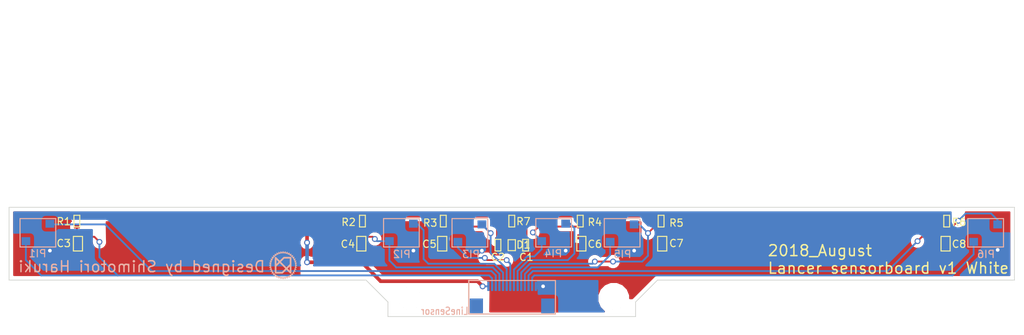
<source format=kicad_pcb>
(kicad_pcb (version 20171130) (host pcbnew "(5.0.0)")

  (general
    (thickness 1.6)
    (drawings 22)
    (tracks 189)
    (zones 0)
    (modules 26)
    (nets 16)
  )

  (page A4)
  (layers
    (0 F.Cu signal)
    (31 B.Cu signal)
    (32 B.Adhes user)
    (33 F.Adhes user)
    (34 B.Paste user)
    (35 F.Paste user)
    (36 B.SilkS user)
    (37 F.SilkS user)
    (38 B.Mask user)
    (39 F.Mask user)
    (40 Dwgs.User user)
    (41 Cmts.User user)
    (42 Eco1.User user)
    (43 Eco2.User user)
    (44 Edge.Cuts user)
    (45 Margin user)
    (46 B.CrtYd user)
    (47 F.CrtYd user)
    (48 B.Fab user)
    (49 F.Fab user)
  )

  (setup
    (last_trace_width 0.25)
    (user_trace_width 0.25)
    (user_trace_width 0.5)
    (trace_clearance 0.2)
    (zone_clearance 0.508)
    (zone_45_only no)
    (trace_min 0.2)
    (segment_width 0.2)
    (edge_width 0.15)
    (via_size 0.8)
    (via_drill 0.5)
    (via_min_size 0.8)
    (via_min_drill 0.4)
    (uvia_size 0.3)
    (uvia_drill 0.1)
    (uvias_allowed no)
    (uvia_min_size 0.2)
    (uvia_min_drill 0.1)
    (pcb_text_width 0.3)
    (pcb_text_size 1.5 1.5)
    (mod_edge_width 0.15)
    (mod_text_size 1 1)
    (mod_text_width 0.15)
    (pad_size 1.524 1.524)
    (pad_drill 0.762)
    (pad_to_mask_clearance 0.2)
    (aux_axis_origin 85.9 112)
    (visible_elements 7FFFF7FF)
    (pcbplotparams
      (layerselection 0x010f0_ffffffff)
      (usegerberextensions true)
      (usegerberattributes false)
      (usegerberadvancedattributes false)
      (creategerberjobfile false)
      (excludeedgelayer true)
      (linewidth 0.100000)
      (plotframeref false)
      (viasonmask false)
      (mode 1)
      (useauxorigin false)
      (hpglpennumber 1)
      (hpglpenspeed 20)
      (hpglpendiameter 15.000000)
      (psnegative false)
      (psa4output false)
      (plotreference true)
      (plotvalue true)
      (plotinvisibletext false)
      (padsonsilk false)
      (subtractmaskfromsilk false)
      (outputformat 1)
      (mirror false)
      (drillshape 0)
      (scaleselection 1)
      (outputdirectory "C:/_underbird_file/circuit/2018_lancer/lancer_sensorbord_v1_white/gerber/"))
  )

  (net 0 "")
  (net 1 +3V3)
  (net 2 GND)
  (net 3 ANALOG_SEN1)
  (net 4 ANALOG_SEN2)
  (net 5 ANALOG_SEN3)
  (net 6 ANALOG_SEN4)
  (net 7 ANALOG_SEN5)
  (net 8 ANALOG_SEN6)
  (net 9 VR1)
  (net 10 VR2)
  (net 11 VR3)
  (net 12 VR4)
  (net 13 VR5)
  (net 14 VR6)
  (net 15 "Net-(D1-Pad2)")

  (net_class Default "これは標準のネット クラスです。"
    (clearance 0.2)
    (trace_width 0.25)
    (via_dia 0.8)
    (via_drill 0.5)
    (uvia_dia 0.3)
    (uvia_drill 0.1)
    (add_net +3V3)
    (add_net ANALOG_SEN1)
    (add_net ANALOG_SEN2)
    (add_net ANALOG_SEN3)
    (add_net ANALOG_SEN4)
    (add_net ANALOG_SEN5)
    (add_net ANALOG_SEN6)
    (add_net GND)
    (add_net "Net-(D1-Pad2)")
    (add_net VR1)
    (add_net VR2)
    (add_net VR3)
    (add_net VR4)
    (add_net VR5)
    (add_net VR6)
  )

  (module "CN-FFC-SMT2(CN-FFC(0:CN-FFC-SMT2(CN-FFC(0.5)14PD)" (layer F.Cu) (tedit 5B66C66F) (tstamp 5B28C679)
    (at 144.8 109.4)
    (path /5B288245)
    (fp_text reference LineSensor (at -3 -1.1) (layer B.SilkS)
      (effects (font (size 1 0.8) (thickness 0.15)) (justify mirror))
    )
    (fp_text value "CN-FFC-SMT2(CN-FFC(0.5)14PD)" (at 7.8 0.7) (layer F.Fab)
      (effects (font (size 1 1) (thickness 0.15)))
    )
    (fp_line (start 0.3 -5.3) (end 0.3 -0.7) (layer B.SilkS) (width 0.15))
    (fp_line (start 12.2 -5.3) (end 0.3 -5.3) (layer B.SilkS) (width 0.15))
    (fp_line (start 12.2 -0.7) (end 12.2 -5.3) (layer B.SilkS) (width 0.15))
    (fp_line (start 0.3 -0.7) (end 12.2 -0.7) (layer B.SilkS) (width 0.15))
    (fp_line (start 0.3 -0.7) (end 12.2 -0.7) (layer B.SilkS) (width 0.15))
    (fp_line (start 12.2 -0.7) (end 12.2 -5.3) (layer B.SilkS) (width 0.15))
    (fp_line (start 12.2 -5.3) (end 0.3 -5.3) (layer B.SilkS) (width 0.15))
    (fp_line (start 0.3 -5.3) (end 0.3 -0.7) (layer B.SilkS) (width 0.15))
    (pad 14 smd rect (at 9.5 -4.5) (size 0.3 1.25) (layers B.Cu B.Paste B.Mask)
      (net 2 GND))
    (pad 13 smd rect (at 9 -4.5) (size 0.3 1.25) (layers B.Cu B.Paste B.Mask)
      (net 14 VR6))
    (pad 12 smd rect (at 8.5 -4.5) (size 0.3 1.25) (layers B.Cu B.Paste B.Mask)
      (net 8 ANALOG_SEN6))
    (pad 11 smd rect (at 8 -4.5) (size 0.3 1.25) (layers B.Cu B.Paste B.Mask)
      (net 13 VR5))
    (pad 10 smd rect (at 7.5 -4.5) (size 0.3 1.25) (layers B.Cu B.Paste B.Mask)
      (net 7 ANALOG_SEN5))
    (pad 9 smd rect (at 7 -4.5) (size 0.3 1.25) (layers B.Cu B.Paste B.Mask)
      (net 12 VR4))
    (pad 8 smd rect (at 6.5 -4.5) (size 0.3 1.25) (layers B.Cu B.Paste B.Mask)
      (net 6 ANALOG_SEN4))
    (pad 7 smd rect (at 6 -4.5) (size 0.3 1.25) (layers B.Cu B.Paste B.Mask)
      (net 11 VR3))
    (pad 6 smd rect (at 5.5 -4.5) (size 0.3 1.25) (layers B.Cu B.Paste B.Mask)
      (net 5 ANALOG_SEN3))
    (pad 5 smd rect (at 5 -4.5) (size 0.3 1.25) (layers B.Cu B.Paste B.Mask)
      (net 10 VR2))
    (pad 4 smd rect (at 4.5 -4.5) (size 0.3 1.25) (layers B.Cu B.Paste B.Mask)
      (net 4 ANALOG_SEN2))
    (pad 3 smd rect (at 4 -4.5) (size 0.3 1.25) (layers B.Cu B.Paste B.Mask)
      (net 9 VR1))
    (pad 2 smd rect (at 3.5 -4.5) (size 0.3 1.25) (layers B.Cu B.Paste B.Mask)
      (net 3 ANALOG_SEN1))
    (pad "" smd rect (at 1.35 -1.825) (size 1.8 2) (layers B.Cu B.Paste B.Mask))
    (pad "" smd rect (at 11.15 -1.825) (size 1.8 2) (layers B.Cu B.Paste B.Mask))
    (pad 1 smd rect (at 3 -4.5) (size 0.3 1.25) (layers B.Cu B.Paste B.Mask)
      (net 1 +3V3))
    (pad 1 smd rect (at 3 -4.5) (size 0.3 1.25) (layers B.Cu B.Paste B.Mask)
      (net 1 +3V3))
    (pad "" smd rect (at 11.15 -1.825) (size 1.8 2) (layers B.Cu B.Paste B.Mask))
    (pad "" smd rect (at 1.35 -1.825) (size 1.8 2) (layers B.Cu B.Paste B.Mask))
    (pad 2 smd rect (at 3.5 -4.5) (size 0.3 1.25) (layers B.Cu B.Paste B.Mask)
      (net 3 ANALOG_SEN1))
    (pad 3 smd rect (at 4 -4.5) (size 0.3 1.25) (layers B.Cu B.Paste B.Mask)
      (net 9 VR1))
    (pad 4 smd rect (at 4.5 -4.5) (size 0.3 1.25) (layers B.Cu B.Paste B.Mask)
      (net 4 ANALOG_SEN2))
    (pad 5 smd rect (at 5 -4.5) (size 0.3 1.25) (layers B.Cu B.Paste B.Mask)
      (net 10 VR2))
    (pad 6 smd rect (at 5.5 -4.5) (size 0.3 1.25) (layers B.Cu B.Paste B.Mask)
      (net 5 ANALOG_SEN3))
    (pad 7 smd rect (at 6 -4.5) (size 0.3 1.25) (layers B.Cu B.Paste B.Mask)
      (net 11 VR3))
    (pad 8 smd rect (at 6.5 -4.5) (size 0.3 1.25) (layers B.Cu B.Paste B.Mask)
      (net 6 ANALOG_SEN4))
    (pad 9 smd rect (at 7 -4.5) (size 0.3 1.25) (layers B.Cu B.Paste B.Mask)
      (net 12 VR4))
    (pad 10 smd rect (at 7.5 -4.5) (size 0.3 1.25) (layers B.Cu B.Paste B.Mask)
      (net 7 ANALOG_SEN5))
    (pad 11 smd rect (at 8 -4.5) (size 0.3 1.25) (layers B.Cu B.Paste B.Mask)
      (net 13 VR5))
    (pad 12 smd rect (at 8.5 -4.5) (size 0.3 1.25) (layers B.Cu B.Paste B.Mask)
      (net 8 ANALOG_SEN6))
    (pad 13 smd rect (at 9 -4.5) (size 0.3 1.25) (layers B.Cu B.Paste B.Mask)
      (net 14 VR6))
    (pad 14 smd rect (at 9.5 -4.5) (size 0.3 1.25) (layers B.Cu B.Paste B.Mask)
      (net 2 GND))
  )

  (module GP2S700HCP:GP2S700HCP (layer F.Cu) (tedit 5B6435E7) (tstamp 5B25F92C)
    (at 151.8 102.3)
    (path /5B1E5688)
    (fp_text reference PI4 (at 4.9 -1.9) (layer B.SilkS)
      (effects (font (size 1 1) (thickness 0.15)) (justify mirror))
    )
    (fp_text value GP2S700HCP (at 5 -8.1) (layer F.Fab)
      (effects (font (size 1 1) (thickness 0.15)))
    )
    (fp_line (start 2.5 -2.8) (end 2.5 -6.7) (layer B.SilkS) (width 0.15))
    (fp_line (start 7.4 -2.8) (end 2.5 -2.8) (layer B.SilkS) (width 0.15))
    (fp_line (start 7.4 -6.7) (end 7.4 -2.8) (layer B.SilkS) (width 0.15))
    (fp_line (start 2.5 -6.7) (end 7.4 -6.7) (layer B.SilkS) (width 0.15))
    (pad 3 smd rect (at 6.6 -3.6) (size 1.2 1.1) (layers B.Cu B.Paste B.Mask)
      (net 2 GND))
    (pad 2 smd rect (at 3.3 -3.6) (size 1.2 1.1) (layers B.Cu B.Paste B.Mask)
      (net 6 ANALOG_SEN4))
    (pad 4 smd rect (at 6.6 -6) (size 1.2 1.1) (layers B.Cu B.Paste B.Mask)
      (net 12 VR4))
    (pad 1 smd rect (at 3.3 -6) (size 1.2 1.1) (layers B.Cu B.Paste B.Mask)
      (net 2 GND))
  )

  (module GP2S700HCP:GP2S700HCP (layer F.Cu) (tedit 5B6435EF) (tstamp 5B25F920)
    (at 150.2 92.8 180)
    (path /5B1CEE93)
    (fp_text reference PI3 (at 4.8 -7.7 180) (layer B.SilkS)
      (effects (font (size 1 1) (thickness 0.15)) (justify mirror))
    )
    (fp_text value GP2S700HCP (at 3.6 -1.5 180) (layer F.Fab)
      (effects (font (size 1 1) (thickness 0.15)))
    )
    (fp_line (start 2.5 -2.8) (end 2.5 -6.7) (layer B.SilkS) (width 0.15))
    (fp_line (start 7.4 -2.8) (end 2.5 -2.8) (layer B.SilkS) (width 0.15))
    (fp_line (start 7.4 -6.7) (end 7.4 -2.8) (layer B.SilkS) (width 0.15))
    (fp_line (start 2.5 -6.7) (end 7.4 -6.7) (layer B.SilkS) (width 0.15))
    (pad 3 smd rect (at 6.6 -3.6 180) (size 1.2 1.1) (layers B.Cu B.Paste B.Mask)
      (net 2 GND))
    (pad 2 smd rect (at 3.3 -3.6 180) (size 1.2 1.1) (layers B.Cu B.Paste B.Mask)
      (net 5 ANALOG_SEN3))
    (pad 4 smd rect (at 6.6 -6 180) (size 1.2 1.1) (layers B.Cu B.Paste B.Mask)
      (net 11 VR3))
    (pad 1 smd rect (at 3.3 -6 180) (size 1.2 1.1) (layers B.Cu B.Paste B.Mask)
      (net 2 GND))
  )

  (module "LED 1608:LED 1608" (layer F.Cu) (tedit 5B62B200) (tstamp 5B62BA17)
    (at 151.9 100.7 90)
    (path /5B6361C6)
    (fp_text reference D1 (at 1.5 0.7 180) (layer F.SilkS)
      (effects (font (size 1 1) (thickness 0.15)))
    )
    (fp_text value LED_ALT (at -2 -0.7 180) (layer F.Fab)
      (effects (font (size 1 1) (thickness 0.15)))
    )
    (fp_line (start 0.7 -0.4) (end 0.7 -1.4) (layer F.SilkS) (width 0.15))
    (fp_line (start 2.2 -0.4) (end 0.7 -0.4) (layer F.SilkS) (width 0.15))
    (fp_line (start 2.2 -1.4) (end 2.2 -0.4) (layer F.SilkS) (width 0.15))
    (fp_line (start 0.7 -1.4) (end 2.2 -1.4) (layer F.SilkS) (width 0.15))
    (pad 2 smd rect (at 2.2 -0.9 90) (size 0.8 0.8) (layers F.Cu F.Paste F.Mask)
      (net 15 "Net-(D1-Pad2)"))
    (pad 1 smd rect (at 0.7 -0.9 90) (size 0.8 0.8) (layers F.Cu F.Paste F.Mask)
      (net 2 GND))
  )

  (module GP2S700HCP:GP2S700HCP (layer F.Cu) (tedit 5B6435F3) (tstamp 5B25F914)
    (at 130.9 102.3)
    (path /5B1E5E28)
    (fp_text reference PI2 (at 5 -1.8) (layer B.SilkS)
      (effects (font (size 1 1) (thickness 0.15)) (justify mirror))
    )
    (fp_text value GP2S700HCP (at 4.8 -8) (layer F.Fab)
      (effects (font (size 1 1) (thickness 0.15)))
    )
    (fp_line (start 2.5 -2.8) (end 2.5 -6.7) (layer B.SilkS) (width 0.15))
    (fp_line (start 7.4 -2.8) (end 2.5 -2.8) (layer B.SilkS) (width 0.15))
    (fp_line (start 7.4 -6.7) (end 7.4 -2.8) (layer B.SilkS) (width 0.15))
    (fp_line (start 2.5 -6.7) (end 7.4 -6.7) (layer B.SilkS) (width 0.15))
    (pad 3 smd rect (at 6.6 -3.6) (size 1.2 1.1) (layers B.Cu B.Paste B.Mask)
      (net 2 GND))
    (pad 2 smd rect (at 3.3 -3.6) (size 1.2 1.1) (layers B.Cu B.Paste B.Mask)
      (net 4 ANALOG_SEN2))
    (pad 4 smd rect (at 6.6 -6) (size 1.2 1.1) (layers B.Cu B.Paste B.Mask)
      (net 10 VR2))
    (pad 1 smd rect (at 3.3 -6) (size 1.2 1.1) (layers B.Cu B.Paste B.Mask)
      (net 2 GND))
  )

  (module GP2S700HCP:GP2S700HCP (layer F.Cu) (tedit 5B6435E3) (tstamp 5B25F938)
    (at 171.1 92.8 180)
    (path /5B1E5878)
    (fp_text reference PI5 (at 4.9 -7.7 180) (layer B.SilkS)
      (effects (font (size 1 1) (thickness 0.15)) (justify mirror))
    )
    (fp_text value GP2S700HCP (at 3.7 -1.5 180) (layer F.Fab)
      (effects (font (size 1 1) (thickness 0.15)))
    )
    (fp_line (start 2.5 -2.8) (end 2.5 -6.7) (layer B.SilkS) (width 0.15))
    (fp_line (start 7.4 -2.8) (end 2.5 -2.8) (layer B.SilkS) (width 0.15))
    (fp_line (start 7.4 -6.7) (end 7.4 -2.8) (layer B.SilkS) (width 0.15))
    (fp_line (start 2.5 -6.7) (end 7.4 -6.7) (layer B.SilkS) (width 0.15))
    (pad 3 smd rect (at 6.6 -3.6 180) (size 1.2 1.1) (layers B.Cu B.Paste B.Mask)
      (net 2 GND))
    (pad 2 smd rect (at 3.3 -3.6 180) (size 1.2 1.1) (layers B.Cu B.Paste B.Mask)
      (net 7 ANALOG_SEN5))
    (pad 4 smd rect (at 6.6 -6 180) (size 1.2 1.1) (layers B.Cu B.Paste B.Mask)
      (net 13 VR5))
    (pad 1 smd rect (at 3.3 -6 180) (size 1.2 1.1) (layers B.Cu B.Paste B.Mask)
      (net 2 GND))
  )

  (module GP2S700HCP:GP2S700HCP (layer F.Cu) (tedit 5B6435EC) (tstamp 5B25F944)
    (at 221 92.8 180)
    (path /5B1E5A02)
    (fp_text reference PI6 (at 4.9 -7.7 180) (layer B.SilkS)
      (effects (font (size 1 1) (thickness 0.15)) (justify mirror))
    )
    (fp_text value GP2S700HCP (at 4.7 -1.2 180) (layer F.Fab)
      (effects (font (size 1 1) (thickness 0.15)))
    )
    (fp_line (start 2.5 -2.8) (end 2.5 -6.7) (layer B.SilkS) (width 0.15))
    (fp_line (start 7.4 -2.8) (end 2.5 -2.8) (layer B.SilkS) (width 0.15))
    (fp_line (start 7.4 -6.7) (end 7.4 -2.8) (layer B.SilkS) (width 0.15))
    (fp_line (start 2.5 -6.7) (end 7.4 -6.7) (layer B.SilkS) (width 0.15))
    (pad 3 smd rect (at 6.6 -3.6 180) (size 1.2 1.1) (layers B.Cu B.Paste B.Mask)
      (net 2 GND))
    (pad 2 smd rect (at 3.3 -3.6 180) (size 1.2 1.1) (layers B.Cu B.Paste B.Mask)
      (net 8 ANALOG_SEN6))
    (pad 4 smd rect (at 6.6 -6 180) (size 1.2 1.1) (layers B.Cu B.Paste B.Mask)
      (net 14 VR6))
    (pad 1 smd rect (at 3.3 -6 180) (size 1.2 1.1) (layers B.Cu B.Paste B.Mask)
      (net 2 GND))
  )

  (module GP2S700HCP:GP2S700HCP (layer F.Cu) (tedit 5B6435F8) (tstamp 5B25F908)
    (at 81 102.3)
    (path /5B1E5DF2)
    (fp_text reference PI1 (at 4.9 -1.9) (layer B.SilkS)
      (effects (font (size 1 1) (thickness 0.15)) (justify mirror))
    )
    (fp_text value GP2S700HCP (at 4.8 -8.6) (layer F.Fab)
      (effects (font (size 1 1) (thickness 0.15)))
    )
    (fp_line (start 2.5 -2.8) (end 2.5 -6.7) (layer B.SilkS) (width 0.15))
    (fp_line (start 7.4 -2.8) (end 2.5 -2.8) (layer B.SilkS) (width 0.15))
    (fp_line (start 7.4 -6.7) (end 7.4 -2.8) (layer B.SilkS) (width 0.15))
    (fp_line (start 2.5 -6.7) (end 7.4 -6.7) (layer B.SilkS) (width 0.15))
    (pad 3 smd rect (at 6.6 -3.6) (size 1.2 1.1) (layers B.Cu B.Paste B.Mask)
      (net 2 GND))
    (pad 2 smd rect (at 3.3 -3.6) (size 1.2 1.1) (layers B.Cu B.Paste B.Mask)
      (net 3 ANALOG_SEN1))
    (pad 4 smd rect (at 6.6 -6) (size 1.2 1.1) (layers B.Cu B.Paste B.Mask)
      (net 9 VR1))
    (pad 1 smd rect (at 3.3 -6) (size 1.2 1.1) (layers B.Cu B.Paste B.Mask)
      (net 2 GND))
  )

  (module C_2012_HandSolderring_0.1u:C_2012_HandSolderring_0.1u (layer F.Cu) (tedit 5B63C7E2) (tstamp 5B25F8C4)
    (at 139.5 96.7 270)
    (path /5B1CF931)
    (fp_text reference C5 (at 2.4 -0.2) (layer F.SilkS)
      (effects (font (size 1 1) (thickness 0.15)))
    )
    (fp_text value 1000p (at 4.3 -2) (layer F.Fab)
      (effects (font (size 1 1) (thickness 0.15)))
    )
    (fp_line (start 1.35 -2.575) (end 1.35 -1.325) (layer F.SilkS) (width 0.15))
    (fp_line (start 1.35 -1.325) (end 3.35 -1.325) (layer F.SilkS) (width 0.15))
    (fp_line (start 3.35 -2.575) (end 3.35 -1.325) (layer F.SilkS) (width 0.15))
    (fp_line (start 1.35 -2.575) (end 3.35 -2.575) (layer F.SilkS) (width 0.15))
    (pad 1 smd rect (at 1.4 -1.95 270) (size 0.7 1.1) (layers F.Cu F.Paste F.Mask)
      (net 5 ANALOG_SEN3))
    (pad 2 smd rect (at 3.3 -1.95 270) (size 0.7 1.1) (layers F.Cu F.Paste F.Mask)
      (net 2 GND))
  )

  (module C_1608_HandSolderring_1000pF:C_1608_HandSolderring_1000pF (layer F.Cu) (tedit 5B63C806) (tstamp 5B25F89C)
    (at 152 97.9 270)
    (path /5B1E3960)
    (fp_text reference C1 (at 3 -1) (layer F.SilkS)
      (effects (font (size 1 1) (thickness 0.15)))
    )
    (fp_text value 0.1u (at -0.5 -0.9) (layer F.Fab)
      (effects (font (size 1 1) (thickness 0.15)))
    )
    (fp_line (start 0.55 -0.5) (end 2.15 -0.5) (layer F.SilkS) (width 0.15))
    (fp_line (start 0.55 -1.3) (end 0.55 -0.5) (layer F.SilkS) (width 0.15))
    (fp_line (start 0.55 -1.3) (end 2.15 -1.3) (layer F.SilkS) (width 0.15))
    (fp_line (start 2.15 -1.3) (end 2.15 -0.5) (layer F.SilkS) (width 0.15))
    (pad 1 smd rect (at 0.625 -0.9 270) (size 0.7 0.8) (layers F.Cu F.Paste F.Mask)
      (net 1 +3V3))
    (pad 2 smd rect (at 2.125 -0.9 270) (size 0.7 0.8) (layers F.Cu F.Paste F.Mask)
      (net 2 GND))
  )

  (module C_1608_HandSolderring_1000pF:C_1608_HandSolderring_1000pF (layer F.Cu) (tedit 5B63C7E9) (tstamp 5B25F8A6)
    (at 148.2 97.9 270)
    (path /5B1E3987)
    (fp_text reference C2 (at 3 -0.9) (layer F.SilkS)
      (effects (font (size 1 1) (thickness 0.15)))
    )
    (fp_text value 0.1u (at -0.6 -1.5) (layer F.Fab)
      (effects (font (size 1 1) (thickness 0.15)))
    )
    (fp_line (start 0.55 -0.5) (end 2.15 -0.5) (layer F.SilkS) (width 0.15))
    (fp_line (start 0.55 -1.3) (end 0.55 -0.5) (layer F.SilkS) (width 0.15))
    (fp_line (start 0.55 -1.3) (end 2.15 -1.3) (layer F.SilkS) (width 0.15))
    (fp_line (start 2.15 -1.3) (end 2.15 -0.5) (layer F.SilkS) (width 0.15))
    (pad 1 smd rect (at 0.625 -0.9 270) (size 0.7 0.8) (layers F.Cu F.Paste F.Mask)
      (net 1 +3V3))
    (pad 2 smd rect (at 2.125 -0.9 270) (size 0.7 0.8) (layers F.Cu F.Paste F.Mask)
      (net 2 GND))
  )

  (module C_2012_HandSolderring_0.1u:C_2012_HandSolderring_0.1u (layer F.Cu) (tedit 5B63C794) (tstamp 5B25F8B0)
    (at 89.5 96.7 270)
    (path /5B1E5E12)
    (fp_text reference C3 (at 2.3 0) (layer F.SilkS)
      (effects (font (size 1 1) (thickness 0.15)))
    )
    (fp_text value 1000p (at 2.5 -5.1) (layer F.Fab)
      (effects (font (size 1 1) (thickness 0.15)))
    )
    (fp_line (start 1.35 -2.575) (end 1.35 -1.325) (layer F.SilkS) (width 0.15))
    (fp_line (start 1.35 -1.325) (end 3.35 -1.325) (layer F.SilkS) (width 0.15))
    (fp_line (start 3.35 -2.575) (end 3.35 -1.325) (layer F.SilkS) (width 0.15))
    (fp_line (start 1.35 -2.575) (end 3.35 -2.575) (layer F.SilkS) (width 0.15))
    (pad 1 smd rect (at 1.4 -1.95 270) (size 0.7 1.1) (layers F.Cu F.Paste F.Mask)
      (net 3 ANALOG_SEN1))
    (pad 2 smd rect (at 3.3 -1.95 270) (size 0.7 1.1) (layers F.Cu F.Paste F.Mask)
      (net 2 GND))
  )

  (module C_2012_HandSolderring_0.1u:C_2012_HandSolderring_0.1u (layer F.Cu) (tedit 5B63C7B0) (tstamp 5B63C6B3)
    (at 128.4 96.7 270)
    (path /5B1E5E48)
    (fp_text reference C4 (at 2.4 -0.1) (layer F.SilkS)
      (effects (font (size 1 1) (thickness 0.15)))
    )
    (fp_text value 1000p (at 2.2 3.2) (layer F.Fab)
      (effects (font (size 1 1) (thickness 0.15)))
    )
    (fp_line (start 1.35 -2.575) (end 1.35 -1.325) (layer F.SilkS) (width 0.15))
    (fp_line (start 1.35 -1.325) (end 3.35 -1.325) (layer F.SilkS) (width 0.15))
    (fp_line (start 3.35 -2.575) (end 3.35 -1.325) (layer F.SilkS) (width 0.15))
    (fp_line (start 1.35 -2.575) (end 3.35 -2.575) (layer F.SilkS) (width 0.15))
    (pad 1 smd rect (at 1.4 -1.95 270) (size 0.7 1.1) (layers F.Cu F.Paste F.Mask)
      (net 4 ANALOG_SEN2))
    (pad 2 smd rect (at 3.3 -1.95 270) (size 0.7 1.1) (layers F.Cu F.Paste F.Mask)
      (net 2 GND))
  )

  (module C_2012_HandSolderring_0.1u:C_2012_HandSolderring_0.1u (layer F.Cu) (tedit 5B63C7F8) (tstamp 5B25F8CE)
    (at 158.6 96.7 270)
    (path /5B1E56A8)
    (fp_text reference C6 (at 2.4 -3.8) (layer F.SilkS)
      (effects (font (size 1 1) (thickness 0.15)))
    )
    (fp_text value 1000p (at 4.2 -2.2) (layer F.Fab)
      (effects (font (size 1 1) (thickness 0.15)))
    )
    (fp_line (start 1.35 -2.575) (end 1.35 -1.325) (layer F.SilkS) (width 0.15))
    (fp_line (start 1.35 -1.325) (end 3.35 -1.325) (layer F.SilkS) (width 0.15))
    (fp_line (start 3.35 -2.575) (end 3.35 -1.325) (layer F.SilkS) (width 0.15))
    (fp_line (start 1.35 -2.575) (end 3.35 -2.575) (layer F.SilkS) (width 0.15))
    (pad 1 smd rect (at 1.4 -1.95 270) (size 0.7 1.1) (layers F.Cu F.Paste F.Mask)
      (net 6 ANALOG_SEN4))
    (pad 2 smd rect (at 3.3 -1.95 270) (size 0.7 1.1) (layers F.Cu F.Paste F.Mask)
      (net 2 GND))
  )

  (module C_2012_HandSolderring_0.1u:C_2012_HandSolderring_0.1u (layer F.Cu) (tedit 5B63C826) (tstamp 5B25F8D8)
    (at 169.7 96.7 270)
    (path /5B1E5898)
    (fp_text reference C7 (at 2.3 -3.9) (layer F.SilkS)
      (effects (font (size 1 1) (thickness 0.15)))
    )
    (fp_text value 1000p (at 2.2 -7.5) (layer F.Fab)
      (effects (font (size 1 1) (thickness 0.15)))
    )
    (fp_line (start 1.35 -2.575) (end 1.35 -1.325) (layer F.SilkS) (width 0.15))
    (fp_line (start 1.35 -1.325) (end 3.35 -1.325) (layer F.SilkS) (width 0.15))
    (fp_line (start 3.35 -2.575) (end 3.35 -1.325) (layer F.SilkS) (width 0.15))
    (fp_line (start 1.35 -2.575) (end 3.35 -2.575) (layer F.SilkS) (width 0.15))
    (pad 1 smd rect (at 1.4 -1.95 270) (size 0.7 1.1) (layers F.Cu F.Paste F.Mask)
      (net 7 ANALOG_SEN5))
    (pad 2 smd rect (at 3.3 -1.95 270) (size 0.7 1.1) (layers F.Cu F.Paste F.Mask)
      (net 2 GND))
  )

  (module C_2012_HandSolderring_0.1u:C_2012_HandSolderring_0.1u (layer F.Cu) (tedit 5B63C833) (tstamp 5B25F8E2)
    (at 208.6 96.7 270)
    (path /5B1E5A22)
    (fp_text reference C8 (at 2.4 -3.8) (layer F.SilkS)
      (effects (font (size 1 1) (thickness 0.15)))
    )
    (fp_text value 1000p (at 2.5 1.3) (layer F.Fab)
      (effects (font (size 1 1) (thickness 0.15)))
    )
    (fp_line (start 1.35 -2.575) (end 1.35 -1.325) (layer F.SilkS) (width 0.15))
    (fp_line (start 1.35 -1.325) (end 3.35 -1.325) (layer F.SilkS) (width 0.15))
    (fp_line (start 3.35 -2.575) (end 3.35 -1.325) (layer F.SilkS) (width 0.15))
    (fp_line (start 1.35 -2.575) (end 3.35 -2.575) (layer F.SilkS) (width 0.15))
    (pad 1 smd rect (at 1.4 -1.95 270) (size 0.7 1.1) (layers F.Cu F.Paste F.Mask)
      (net 8 ANALOG_SEN6))
    (pad 2 smd rect (at 3.3 -1.95 270) (size 0.7 1.1) (layers F.Cu F.Paste F.Mask)
      (net 2 GND))
  )

  (module R_1608_HandSoldering:R_1608_HandSoldering (layer F.Cu) (tedit 5B63C77B) (tstamp 5B25F94A)
    (at 89.7 93.8 270)
    (path /5B267697)
    (fp_text reference R1 (at 2.2 0.2) (layer F.SilkS)
      (effects (font (size 1 1) (thickness 0.15)))
    )
    (fp_text value 100k (at 2.1 -4.3) (layer F.Fab)
      (effects (font (size 1 1) (thickness 0.15)))
    )
    (fp_line (start 2.95 -2) (end 2.95 -1.2) (layer F.SilkS) (width 0.15))
    (fp_line (start 1.35 -1.2) (end 2.95 -1.2) (layer F.SilkS) (width 0.15))
    (fp_line (start 1.35 -2) (end 1.35 -1.2) (layer F.SilkS) (width 0.15))
    (fp_line (start 1.35 -2) (end 2.95 -2) (layer F.SilkS) (width 0.15))
    (pad 1 smd rect (at 1.4 -1.6 270) (size 0.5 0.8) (layers F.Cu F.Paste F.Mask)
      (net 1 +3V3))
    (pad 2 smd rect (at 2.9 -1.6 270) (size 0.5 0.8) (layers F.Cu F.Paste F.Mask)
      (net 3 ANALOG_SEN1))
  )

  (module R_1608_HandSoldering:R_1608_HandSoldering (layer F.Cu) (tedit 5B63C79C) (tstamp 5B25F950)
    (at 128.9 93.8 270)
    (path /5B2676D4)
    (fp_text reference R2 (at 2.3 0.3) (layer F.SilkS)
      (effects (font (size 1 1) (thickness 0.15)))
    )
    (fp_text value 100k (at 2.3 3.3) (layer F.Fab)
      (effects (font (size 1 1) (thickness 0.15)))
    )
    (fp_line (start 2.95 -2) (end 2.95 -1.2) (layer F.SilkS) (width 0.15))
    (fp_line (start 1.35 -1.2) (end 2.95 -1.2) (layer F.SilkS) (width 0.15))
    (fp_line (start 1.35 -2) (end 1.35 -1.2) (layer F.SilkS) (width 0.15))
    (fp_line (start 1.35 -2) (end 2.95 -2) (layer F.SilkS) (width 0.15))
    (pad 1 smd rect (at 1.4 -1.6 270) (size 0.5 0.8) (layers F.Cu F.Paste F.Mask)
      (net 1 +3V3))
    (pad 2 smd rect (at 2.9 -1.6 270) (size 0.5 0.8) (layers F.Cu F.Paste F.Mask)
      (net 4 ANALOG_SEN2))
  )

  (module R_1608_HandSoldering:R_1608_HandSoldering (layer F.Cu) (tedit 5B63C7CD) (tstamp 5B25F956)
    (at 140 93.8 270)
    (path /5B26770B)
    (fp_text reference R3 (at 2.4 0.2) (layer F.SilkS)
      (effects (font (size 1 1) (thickness 0.15)))
    )
    (fp_text value 100k (at 0.7 -1.5) (layer F.Fab)
      (effects (font (size 1 1) (thickness 0.15)))
    )
    (fp_line (start 2.95 -2) (end 2.95 -1.2) (layer F.SilkS) (width 0.15))
    (fp_line (start 1.35 -1.2) (end 2.95 -1.2) (layer F.SilkS) (width 0.15))
    (fp_line (start 1.35 -2) (end 1.35 -1.2) (layer F.SilkS) (width 0.15))
    (fp_line (start 1.35 -2) (end 2.95 -2) (layer F.SilkS) (width 0.15))
    (pad 1 smd rect (at 1.4 -1.6 270) (size 0.5 0.8) (layers F.Cu F.Paste F.Mask)
      (net 1 +3V3))
    (pad 2 smd rect (at 2.9 -1.6 270) (size 0.5 0.8) (layers F.Cu F.Paste F.Mask)
      (net 5 ANALOG_SEN3))
  )

  (module R_1608_HandSoldering:R_1608_HandSoldering (layer F.Cu) (tedit 5B63C6AD) (tstamp 5B25F95C)
    (at 158.8 93.8 270)
    (path /5B267744)
    (fp_text reference R4 (at 2.3 -3.6) (layer F.SilkS)
      (effects (font (size 1 1) (thickness 0.15)))
    )
    (fp_text value 100k (at 0.1 -1.7 180) (layer F.Fab)
      (effects (font (size 1 1) (thickness 0.15)))
    )
    (fp_line (start 2.95 -2) (end 2.95 -1.2) (layer F.SilkS) (width 0.15))
    (fp_line (start 1.35 -1.2) (end 2.95 -1.2) (layer F.SilkS) (width 0.15))
    (fp_line (start 1.35 -2) (end 1.35 -1.2) (layer F.SilkS) (width 0.15))
    (fp_line (start 1.35 -2) (end 2.95 -2) (layer F.SilkS) (width 0.15))
    (pad 1 smd rect (at 1.4 -1.6 270) (size 0.5 0.8) (layers F.Cu F.Paste F.Mask)
      (net 1 +3V3))
    (pad 2 smd rect (at 2.9 -1.6 270) (size 0.5 0.8) (layers F.Cu F.Paste F.Mask)
      (net 6 ANALOG_SEN4))
  )

  (module R_1608_HandSoldering:R_1608_HandSoldering (layer F.Cu) (tedit 5B63C821) (tstamp 5B25F962)
    (at 169.9 93.8 270)
    (path /5B26777F)
    (fp_text reference R5 (at 2.4 -3.7) (layer F.SilkS)
      (effects (font (size 1 1) (thickness 0.15)))
    )
    (fp_text value 100k (at 2.3 -6.8) (layer F.Fab)
      (effects (font (size 1 1) (thickness 0.15)))
    )
    (fp_line (start 2.95 -2) (end 2.95 -1.2) (layer F.SilkS) (width 0.15))
    (fp_line (start 1.35 -1.2) (end 2.95 -1.2) (layer F.SilkS) (width 0.15))
    (fp_line (start 1.35 -2) (end 1.35 -1.2) (layer F.SilkS) (width 0.15))
    (fp_line (start 1.35 -2) (end 2.95 -2) (layer F.SilkS) (width 0.15))
    (pad 1 smd rect (at 1.4 -1.6 270) (size 0.5 0.8) (layers F.Cu F.Paste F.Mask)
      (net 1 +3V3))
    (pad 2 smd rect (at 2.9 -1.6 270) (size 0.5 0.8) (layers F.Cu F.Paste F.Mask)
      (net 7 ANALOG_SEN5))
  )

  (module R_1608_HandSoldering:R_1608_HandSoldering (layer F.Cu) (tedit 5B63C82E) (tstamp 5B25F968)
    (at 209.1 93.8 270)
    (path /5B2677E4)
    (fp_text reference R6 (at 2.3 -3.3) (layer F.SilkS)
      (effects (font (size 1 1) (thickness 0.15)))
    )
    (fp_text value 100k (at 2.2 1.2) (layer F.Fab)
      (effects (font (size 1 1) (thickness 0.15)))
    )
    (fp_line (start 2.95 -2) (end 2.95 -1.2) (layer F.SilkS) (width 0.15))
    (fp_line (start 1.35 -1.2) (end 2.95 -1.2) (layer F.SilkS) (width 0.15))
    (fp_line (start 1.35 -2) (end 1.35 -1.2) (layer F.SilkS) (width 0.15))
    (fp_line (start 1.35 -2) (end 2.95 -2) (layer F.SilkS) (width 0.15))
    (pad 1 smd rect (at 1.4 -1.6 270) (size 0.5 0.8) (layers F.Cu F.Paste F.Mask)
      (net 1 +3V3))
    (pad 2 smd rect (at 2.9 -1.6 270) (size 0.5 0.8) (layers F.Cu F.Paste F.Mask)
      (net 8 ANALOG_SEN6))
  )

  (module R_1608_HandSoldering:R_1608_HandSoldering (layer F.Cu) (tedit 5B63C7D4) (tstamp 5B62BA21)
    (at 149.4 93.8 270)
    (path /5B636146)
    (fp_text reference R7 (at 2.2 -3.2) (layer F.SilkS)
      (effects (font (size 1 1) (thickness 0.15)))
    )
    (fp_text value 330 (at 0.5 -1.6) (layer F.Fab)
      (effects (font (size 1 1) (thickness 0.15)))
    )
    (fp_line (start 2.95 -2) (end 2.95 -1.2) (layer F.SilkS) (width 0.15))
    (fp_line (start 1.35 -1.2) (end 2.95 -1.2) (layer F.SilkS) (width 0.15))
    (fp_line (start 1.35 -2) (end 1.35 -1.2) (layer F.SilkS) (width 0.15))
    (fp_line (start 1.35 -2) (end 2.95 -2) (layer F.SilkS) (width 0.15))
    (pad 1 smd rect (at 1.4 -1.6 270) (size 0.5 0.8) (layers F.Cu F.Paste F.Mask)
      (net 1 +3V3))
    (pad 2 smd rect (at 2.9 -1.6 270) (size 0.5 0.8) (layers F.Cu F.Paste F.Mask)
      (net 15 "Net-(D1-Pad2)"))
  )

  (module Mounting_Holes:MountingHole_3.2mm_M3 (layer F.Cu) (tedit 5B82469E) (tstamp 5B67C570)
    (at 165 106.55)
    (descr "Mounting Hole 3.2mm, no annular, M3")
    (tags "mounting hole 3.2mm no annular m3")
    (attr virtual)
    (fp_text reference REF** (at 0 -4.2) (layer Cmts.User)
      (effects (font (size 1 1) (thickness 0.15)))
    )
    (fp_text value MountingHole_3.2mm_M3 (at 0 4.2) (layer F.Fab)
      (effects (font (size 1 1) (thickness 0.15)))
    )
    (fp_text user %R (at 0.3 0) (layer F.Fab)
      (effects (font (size 1 1) (thickness 0.15)))
    )
    (fp_circle (center 0 0) (end 3.2 0) (layer Cmts.User) (width 0.15))
    (fp_circle (center 0 0) (end 3.45 0) (layer F.CrtYd) (width 0.05))
    (pad 1 np_thru_hole circle (at 0 0) (size 3.2 3.2) (drill 3.2) (layers *.Cu *.Mask))
  )

  (module Mounting_Holes:MountingHole_3.2mm_M3 (layer F.Cu) (tedit 5B8246A4) (tstamp 5B67C686)
    (at 137 106.55)
    (descr "Mounting Hole 3.2mm, no annular, M3")
    (tags "mounting hole 3.2mm no annular m3")
    (attr virtual)
    (fp_text reference REF** (at 0 -4.2) (layer Cmts.User)
      (effects (font (size 1 1) (thickness 0.15)))
    )
    (fp_text value MountingHole_3.2mm_M3 (at 0 4.2) (layer F.Fab)
      (effects (font (size 1 1) (thickness 0.15)))
    )
    (fp_text user %R (at 0.3 0) (layer F.Fab)
      (effects (font (size 1 1) (thickness 0.15)))
    )
    (fp_circle (center 0 0) (end 3.2 0) (layer Cmts.User) (width 0.15))
    (fp_circle (center 0 0) (end 3.45 0) (layer F.CrtYd) (width 0.05))
    (pad 1 np_thru_hole circle (at 0 0) (size 3.2 3.2) (drill 3.2) (layers *.Cu *.Mask))
  )

  (module sh:sh_3500 (layer B.Cu) (tedit 0) (tstamp 5B8123C6)
    (at 119.6 102)
    (fp_text reference G*** (at 0 0) (layer B.SilkS) hide
      (effects (font (size 1.524 1.524) (thickness 0.3)) (justify mirror))
    )
    (fp_text value LOGO (at 0.75 0) (layer B.SilkS) hide
      (effects (font (size 1.524 1.524) (thickness 0.3)) (justify mirror))
    )
    (fp_poly (pts (xy -0.483588 1.150169) (xy -0.404446 1.149914) (xy -0.330428 1.149508) (xy -0.262798 1.148965)
      (xy -0.202818 1.148301) (xy -0.151753 1.14753) (xy -0.110865 1.146668) (xy -0.081418 1.145728)
      (xy -0.064675 1.144727) (xy -0.061686 1.144279) (xy -0.051425 1.13815) (xy -0.032735 1.122974)
      (xy -0.005367 1.098517) (xy 0.030928 1.064545) (xy 0.076397 1.020824) (xy 0.131289 0.967121)
      (xy 0.195853 0.903201) (xy 0.217846 0.8813) (xy 0.475606 0.624299) (xy 0.725846 0.875054)
      (xy 0.776122 0.925248) (xy 0.823822 0.972515) (xy 0.867865 1.015808) (xy 0.907171 1.054081)
      (xy 0.940659 1.08629) (xy 0.967248 1.111386) (xy 0.985857 1.128326) (xy 0.995406 1.136062)
      (xy 0.995682 1.136218) (xy 1.02382 1.144734) (xy 1.057048 1.145694) (xy 1.088087 1.139139)
      (xy 1.09598 1.135664) (xy 1.113646 1.122518) (xy 1.131406 1.103354) (xy 1.135534 1.097694)
      (xy 1.153885 1.070688) (xy 1.153885 0.007273) (xy 1.15388 -0.137947) (xy 1.153858 -0.269361)
      (xy 1.153811 -0.387677) (xy 1.15373 -0.493601) (xy 1.153605 -0.587843) (xy 1.15343 -0.671109)
      (xy 1.153194 -0.744108) (xy 1.152889 -0.807547) (xy 1.152506 -0.862134) (xy 1.152037 -0.908577)
      (xy 1.151472 -0.947584) (xy 1.150803 -0.979863) (xy 1.150021 -1.006121) (xy 1.149118 -1.027066)
      (xy 1.148084 -1.043407) (xy 1.146912 -1.05585) (xy 1.145591 -1.065104) (xy 1.144114 -1.071876)
      (xy 1.142471 -1.076874) (xy 1.140654 -1.080807) (xy 1.140421 -1.081247) (xy 1.123087 -1.102936)
      (xy 1.098283 -1.121469) (xy 1.095736 -1.122862) (xy 1.064517 -1.139372) (xy 0.578952 -1.139372)
      (xy 0.470961 -1.139279) (xy 0.377046 -1.138995) (xy 0.296771 -1.138513) (xy 0.2297 -1.137827)
      (xy 0.175394 -1.136928) (xy 0.133419 -1.135812) (xy 0.103337 -1.134469) (xy 0.084712 -1.132894)
      (xy 0.077537 -1.131354) (xy 0.069382 -1.12476) (xy 0.052036 -1.108902) (xy 0.02655 -1.0848)
      (xy -0.006023 -1.053472) (xy -0.044631 -1.015937) (xy -0.088222 -0.973214) (xy -0.135744 -0.926321)
      (xy -0.186144 -0.876277) (xy -0.19408 -0.86837) (xy -0.449844 -0.613404) (xy -0.705708 -0.86872)
      (xy -0.756591 -0.919244) (xy -0.804921 -0.966753) (xy -0.849626 -1.010226) (xy -0.889635 -1.048644)
      (xy -0.923876 -1.080986) (xy -0.951276 -1.106233) (xy -0.970764 -1.123363) (xy -0.981268 -1.131356)
      (xy -0.982002 -1.131704) (xy -1.015163 -1.138822) (xy -1.048355 -1.133959) (xy -1.071875 -1.124276)
      (xy -1.099341 -1.104929) (xy -1.117232 -1.078447) (xy -1.11927 -1.074079) (xy -1.121113 -1.069332)
      (xy -1.122771 -1.063492) (xy -1.124253 -1.055844) (xy -1.125569 -1.04567) (xy -1.12673 -1.032256)
      (xy -1.127745 -1.014887) (xy -1.128623 -0.992845) (xy -1.129375 -0.965416) (xy -1.130011 -0.931885)
      (xy -1.13054 -0.891535) (xy -1.130971 -0.84365) (xy -1.131316 -0.787516) (xy -1.131435 -0.758328)
      (xy -0.907143 -0.758328) (xy -0.75658 -0.607764) (xy -0.606016 -0.4572) (xy -0.60605 -0.457166)
      (xy -0.293863 -0.457166) (xy 0.163199 -0.9144) (xy 0.928914 -0.9144) (xy 0.928914 -0.148685)
      (xy 0.700296 0.079846) (xy 0.471679 0.308377) (xy 0.088908 -0.074395) (xy -0.293863 -0.457166)
      (xy -0.60605 -0.457166) (xy -0.907143 -0.156073) (xy -0.907143 -0.758328) (xy -1.131435 -0.758328)
      (xy -1.131583 -0.722416) (xy -1.131783 -0.647635) (xy -1.131925 -0.562457) (xy -1.13202 -0.466167)
      (xy -1.132076 -0.358049) (xy -1.132104 -0.237386) (xy -1.132114 -0.103465) (xy -1.132115 0.006637)
      (xy -1.132135 0.153769) (xy -1.132173 0.287085) (xy -1.132196 0.407282) (xy -1.132172 0.515058)
      (xy -1.132066 0.611112) (xy -1.131846 0.696142) (xy -1.131479 0.770844) (xy -1.130932 0.835918)
      (xy -1.130172 0.89206) (xy -1.129399 0.928914) (xy -0.907143 0.928914) (xy -0.907143 0.156113)
      (xy -0.680401 -0.070715) (xy -0.633155 -0.117898) (xy -0.589079 -0.161759) (xy -0.549225 -0.201262)
      (xy -0.514647 -0.23537) (xy -0.486398 -0.263047) (xy -0.46553 -0.283257) (xy -0.453097 -0.294962)
      (xy -0.449961 -0.297543) (xy -0.44436 -0.292539) (xy -0.429314 -0.278058) (xy -0.405629 -0.2549)
      (xy -0.374112 -0.223863) (xy -0.335569 -0.185746) (xy -0.290806 -0.141348) (xy -0.24063 -0.091466)
      (xy -0.185847 -0.036901) (xy -0.127263 0.021549) (xy -0.065685 0.083086) (xy -0.065323 0.083449)
      (xy 0.315617 0.46444) (xy 0.311842 0.468217) (xy 0.631369 0.468217) (xy 0.778261 0.321194)
      (xy 0.815976 0.283508) (xy 0.850237 0.249395) (xy 0.879742 0.22014) (xy 0.903189 0.197032)
      (xy 0.919274 0.181357) (xy 0.926695 0.174403) (xy 0.927033 0.174171) (xy 0.92744 0.181175)
      (xy 0.927816 0.20117) (xy 0.928152 0.232636) (xy 0.928439 0.274049) (xy 0.928667 0.323887)
      (xy 0.928826 0.380629) (xy 0.928906 0.442752) (xy 0.928914 0.469833) (xy 0.928914 0.765496)
      (xy 0.780142 0.616856) (xy 0.631369 0.468217) (xy 0.311842 0.468217) (xy -0.148687 0.928914)
      (xy -0.907143 0.928914) (xy -1.129399 0.928914) (xy -1.129166 0.939969) (xy -1.127881 0.980343)
      (xy -1.126283 1.013879) (xy -1.12434 1.041276) (xy -1.122019 1.063232) (xy -1.119287 1.080443)
      (xy -1.11611 1.093609) (xy -1.112456 1.103427) (xy -1.108291 1.110595) (xy -1.103583 1.11581)
      (xy -1.098299 1.119772) (xy -1.092405 1.123177) (xy -1.085868 1.126723) (xy -1.078899 1.130947)
      (xy -1.049723 1.150257) (xy -0.56659 1.150257) (xy -0.483588 1.150169)) (layer B.SilkS) (width 0.01))
    (fp_poly (pts (xy 0.113839 1.738085) (xy 0.166575 1.733601) (xy 0.204685 1.810229) (xy 0.221608 1.844039)
      (xy 0.234589 1.866733) (xy 0.246519 1.879999) (xy 0.26029 1.885525) (xy 0.278796 1.884999)
      (xy 0.304927 1.88011) (xy 0.319231 1.877086) (xy 0.359063 1.868714) (xy 0.371943 1.785765)
      (xy 0.377225 1.75287) (xy 0.381922 1.725687) (xy 0.385501 1.70716) (xy 0.387368 1.700269)
      (xy 0.395409 1.69671) (xy 0.411431 1.691555) (xy 0.412528 1.691238) (xy 0.422312 1.688914)
      (xy 0.430502 1.689585) (xy 0.439132 1.695026) (xy 0.450237 1.70701) (xy 0.465853 1.727311)
      (xy 0.486735 1.755941) (xy 0.538328 1.827129) (xy 0.590293 1.811346) (xy 0.642257 1.795562)
      (xy 0.645885 1.706223) (xy 0.649514 1.616884) (xy 0.671285 1.607585) (xy 0.680782 1.604013)
      (xy 0.689103 1.603531) (xy 0.698568 1.607576) (xy 0.7115 1.617587) (xy 0.730221 1.635)
      (xy 0.755508 1.659734) (xy 0.81796 1.721181) (xy 0.869911 1.695019) (xy 0.896016 1.681308)
      (xy 0.911224 1.671361) (xy 0.917919 1.663085) (xy 0.918485 1.654386) (xy 0.918133 1.652671)
      (xy 0.915398 1.638573) (xy 0.911176 1.614273) (xy 0.906175 1.583917) (xy 0.90357 1.567543)
      (xy 0.898682 1.535676) (xy 0.896262 1.514991) (xy 0.89652 1.502333) (xy 0.899667 1.494545)
      (xy 0.905914 1.488473) (xy 0.909011 1.486061) (xy 0.923685 1.476751) (xy 0.933407 1.473361)
      (xy 0.942182 1.477354) (xy 0.959945 1.48833) (xy 0.984059 1.504577) (xy 1.010135 1.52311)
      (xy 1.07874 1.573021) (xy 1.120987 1.541417) (xy 1.142076 1.525533) (xy 1.158259 1.513142)
      (xy 1.166329 1.506703) (xy 1.166569 1.506478) (xy 1.165715 1.498704) (xy 1.160912 1.480032)
      (xy 1.152951 1.453281) (xy 1.14289 1.42207) (xy 1.115875 1.340997) (xy 1.151769 1.305103)
      (xy 1.23146 1.345069) (xy 1.31115 1.385036) (xy 1.352012 1.344173) (xy 1.392875 1.303311)
      (xy 1.35165 1.224879) (xy 1.310426 1.146446) (xy 1.346287 1.110585) (xy 1.428596 1.136363)
      (xy 1.460848 1.14613) (xy 1.487732 1.153641) (xy 1.506431 1.158151) (xy 1.514121 1.158926)
      (xy 1.523464 1.147877) (xy 1.536634 1.130353) (xy 1.550978 1.110161) (xy 1.56384 1.091104)
      (xy 1.572566 1.076989) (xy 1.5748 1.071955) (xy 1.570735 1.06369) (xy 1.559726 1.046493)
      (xy 1.543547 1.023035) (xy 1.527628 1.00095) (xy 1.508492 0.974052) (xy 1.493118 0.950866)
      (xy 1.48329 0.934186) (xy 1.480618 0.927355) (xy 1.484881 0.915062) (xy 1.493318 0.901745)
      (xy 1.497723 0.896113) (xy 1.502357 0.892118) (xy 1.50917 0.889868) (xy 1.520112 0.889468)
      (xy 1.537132 0.891025) (xy 1.562183 0.894642) (xy 1.597212 0.900428) (xy 1.644172 0.908488)
      (xy 1.656442 0.910601) (xy 1.666929 0.911314) (xy 1.675295 0.907553) (xy 1.683907 0.896838)
      (xy 1.695126 0.87669) (xy 1.702419 0.86237) (xy 1.728438 0.810703) (xy 1.666575 0.748251)
      (xy 1.604711 0.6858) (xy 1.61471 0.662441) (xy 1.624708 0.639082) (xy 1.712933 0.637041)
      (xy 1.801159 0.635) (xy 1.833981 0.531402) (xy 1.766162 0.482862) (xy 1.739069 0.463224)
      (xy 1.716637 0.446499) (xy 1.701338 0.434562) (xy 1.695694 0.429432) (xy 1.695583 0.419685)
      (xy 1.698954 0.402817) (xy 1.699179 0.401979) (xy 1.702202 0.39235) (xy 1.706815 0.385496)
      (xy 1.715596 0.380389) (xy 1.731124 0.375997) (xy 1.75598 0.371292) (xy 1.790127 0.365668)
      (xy 1.827195 0.359647) (xy 1.852577 0.354273) (xy 1.868808 0.347304) (xy 1.878427 0.336494)
      (xy 1.883969 0.3196) (xy 1.88797 0.294379) (xy 1.89031 0.277047) (xy 1.895238 0.241216)
      (xy 1.818476 0.200042) (xy 1.786056 0.182465) (xy 1.764344 0.169804) (xy 1.751196 0.160224)
      (xy 1.744472 0.151892) (xy 1.742027 0.142973) (xy 1.741714 0.134351) (xy 1.741714 0.109836)
      (xy 1.825438 0.08228) (xy 1.909161 0.054725) (xy 1.90708 -0.002892) (xy 1.905 -0.060508)
      (xy 1.825171 -0.087063) (xy 1.745342 -0.113617) (xy 1.743107 -0.139988) (xy 1.740871 -0.166359)
      (xy 1.815678 -0.203756) (xy 1.845419 -0.218706) (xy 1.870003 -0.231218) (xy 1.886752 -0.239919)
      (xy 1.892946 -0.243385) (xy 1.893155 -0.251108) (xy 1.891328 -0.26875) (xy 1.888133 -0.29197)
      (xy 1.88424 -0.316429) (xy 1.880319 -0.337786) (xy 1.877038 -0.3517) (xy 1.875797 -0.354564)
      (xy 1.86778 -0.356982) (xy 1.848428 -0.361127) (xy 1.820734 -0.366397) (xy 1.790999 -0.37163)
      (xy 1.758465 -0.377308) (xy 1.731686 -0.382269) (xy 1.713605 -0.385947) (xy 1.707191 -0.387704)
      (xy 1.703872 -0.395488) (xy 1.698832 -0.41136) (xy 1.698495 -0.412528) (xy 1.696172 -0.422307)
      (xy 1.696841 -0.430494) (xy 1.702275 -0.439121) (xy 1.714248 -0.450221) (xy 1.734533 -0.465827)
      (xy 1.763293 -0.486804) (xy 1.834576 -0.538467) (xy 1.816518 -0.592176) (xy 1.798459 -0.645886)
      (xy 1.624899 -0.645886) (xy 1.614805 -0.669472) (xy 1.604711 -0.693057) (xy 1.666575 -0.755509)
      (xy 1.728438 -0.81796) (xy 1.702903 -0.868665) (xy 1.677369 -0.91937) (xy 1.591822 -0.905763)
      (xy 1.506276 -0.892156) (xy 1.493527 -0.908721) (xy 1.484128 -0.923481) (xy 1.480618 -0.933408)
      (xy 1.484611 -0.942189) (xy 1.495582 -0.95995) (xy 1.511818 -0.984047) (xy 1.530133 -1.009813)
      (xy 1.579808 -1.078096) (xy 1.557245 -1.107488) (xy 1.54154 -1.128399) (xy 1.527839 -1.147393)
      (xy 1.523504 -1.153713) (xy 1.512327 -1.170547) (xy 1.430291 -1.143211) (xy 1.348254 -1.115876)
      (xy 1.31236 -1.15177) (xy 1.352326 -1.23146) (xy 1.392292 -1.311151) (xy 1.310941 -1.392502)
      (xy 1.232759 -1.351208) (xy 1.154577 -1.309915) (xy 1.135652 -1.328658) (xy 1.116728 -1.347402)
      (xy 1.143193 -1.429266) (xy 1.153022 -1.461573) (xy 1.160142 -1.488779) (xy 1.163876 -1.507996)
      (xy 1.163586 -1.516305) (xy 1.149882 -1.527016) (xy 1.130927 -1.540693) (xy 1.110495 -1.554765)
      (xy 1.09236 -1.566661) (xy 1.080295 -1.573809) (xy 1.077736 -1.5748) (xy 1.07009 -1.570749)
      (xy 1.053421 -1.559773) (xy 1.030332 -1.543638) (xy 1.008207 -1.527629) (xy 0.981308 -1.508493)
      (xy 0.958123 -1.493119) (xy 0.941443 -1.48329) (xy 0.934612 -1.480619) (xy 0.922324 -1.484907)
      (xy 0.90917 -1.493319) (xy 0.901812 -1.499574) (xy 0.89761 -1.506434) (xy 0.896355 -1.517057)
      (xy 0.897839 -1.534601) (xy 0.901856 -1.562225) (xy 0.903813 -1.5748) (xy 0.908896 -1.606645)
      (xy 0.913553 -1.634534) (xy 0.917083 -1.65432) (xy 0.918217 -1.659929) (xy 0.918415 -1.66893)
      (xy 0.91288 -1.677159) (xy 0.899225 -1.686709) (xy 0.875064 -1.699669) (xy 0.869911 -1.702277)
      (xy 0.81796 -1.728439) (xy 0.75467 -1.665443) (xy 0.691381 -1.602446) (xy 0.668633 -1.61421)
      (xy 0.645885 -1.625973) (xy 0.645885 -1.79846) (xy 0.592425 -1.816434) (xy 0.538965 -1.834409)
      (xy 0.490272 -1.766377) (xy 0.470603 -1.739239) (xy 0.453846 -1.71676) (xy 0.441872 -1.701406)
      (xy 0.436689 -1.695695) (xy 0.42696 -1.695596) (xy 0.410027 -1.698965) (xy 0.408863 -1.699276)
      (xy 0.400719 -1.701389) (xy 0.394567 -1.70397) (xy 0.389782 -1.709001) (xy 0.385739 -1.718463)
      (xy 0.381812 -1.734338) (xy 0.377375 -1.758609) (xy 0.371805 -1.793256) (xy 0.364569 -1.839659)
      (xy 0.358901 -1.875917) (xy 0.305469 -1.885486) (xy 0.278988 -1.889364) (xy 0.258185 -1.890808)
      (xy 0.247028 -1.889571) (xy 0.246435 -1.889142) (xy 0.240925 -1.880645) (xy 0.230306 -1.862173)
      (xy 0.2162 -1.836606) (xy 0.20302 -1.812084) (xy 0.165206 -1.74094) (xy 0.138909 -1.743142)
      (xy 0.112611 -1.745343) (xy 0.062255 -1.908629) (xy 0.003913 -1.908608) (xy -0.054429 -1.908588)
      (xy -0.079932 -1.826965) (xy -0.105435 -1.745343) (xy -0.131693 -1.743142) (xy -0.15795 -1.74094)
      (xy -0.195764 -1.812084) (xy -0.211528 -1.841348) (xy -0.225154 -1.865908) (xy -0.235016 -1.882881)
      (xy -0.239179 -1.889142) (xy -0.248557 -1.890799) (xy -0.268173 -1.88974) (xy -0.294059 -1.886209)
      (xy -0.298213 -1.885486) (xy -0.351645 -1.875917) (xy -0.357313 -1.839659) (xy -0.36462 -1.792802)
      (xy -0.370174 -1.758283) (xy -0.374601 -1.734117) (xy -0.378526 -1.718325) (xy -0.382575 -1.708924)
      (xy -0.387371 -1.703931) (xy -0.393542 -1.701367) (xy -0.401607 -1.699276) (xy -0.418773 -1.695716)
      (xy -0.429157 -1.695569) (xy -0.429433 -1.695695) (xy -0.435365 -1.702328) (xy -0.447798 -1.718353)
      (xy -0.464861 -1.741303) (xy -0.483016 -1.766377) (xy -0.531709 -1.834409) (xy -0.585169 -1.816434)
      (xy -0.638629 -1.79846) (xy -0.638629 -1.625973) (xy -0.661377 -1.61421) (xy -0.684124 -1.602446)
      (xy -0.747414 -1.665443) (xy -0.810703 -1.728439) (xy -0.862654 -1.702277) (xy -0.888775 -1.688553)
      (xy -0.903997 -1.678585) (xy -0.910706 -1.670282) (xy -0.911287 -1.661553) (xy -0.91096 -1.659929)
      (xy -0.90827 -1.645829) (xy -0.904096 -1.621527) (xy -0.899141 -1.591168) (xy -0.896557 -1.5748)
      (xy -0.891706 -1.542922) (xy -0.889315 -1.522224) (xy -0.889592 -1.509548) (xy -0.892744 -1.501735)
      (xy -0.898979 -1.495627) (xy -0.901914 -1.493319) (xy -0.916988 -1.483949) (xy -0.927356 -1.480619)
      (xy -0.936709 -1.484639) (xy -0.954831 -1.495651) (xy -0.978932 -1.511872) (xy -1.00095 -1.527629)
      (xy -1.027386 -1.5467) (xy -1.049557 -1.562075) (xy -1.064861 -1.571987) (xy -1.07048 -1.5748)
      (xy -1.078166 -1.570936) (xy -1.093782 -1.561058) (xy -1.113554 -1.547737) (xy -1.133708 -1.533544)
      (xy -1.150471 -1.521051) (xy -1.15633 -1.516305) (xy -1.156592 -1.507783) (xy -1.152803 -1.488426)
      (xy -1.145638 -1.461123) (xy -1.135937 -1.429266) (xy -1.109472 -1.347402) (xy -1.128396 -1.328658)
      (xy -1.147321 -1.309915) (xy -1.225503 -1.351208) (xy -1.303685 -1.392502) (xy -1.385036 -1.311151)
      (xy -1.34507 -1.23146) (xy -1.305104 -1.15177) (xy -1.340998 -1.115876) (xy -1.423034 -1.143211)
      (xy -1.505071 -1.170547) (xy -1.516248 -1.153713) (xy -1.527422 -1.1378) (xy -1.542792 -1.116965)
      (xy -1.549989 -1.107488) (xy -1.572552 -1.078096) (xy -1.522876 -1.009813) (xy -1.503283 -0.982199)
      (xy -1.487361 -0.958462) (xy -1.476825 -0.941246) (xy -1.473362 -0.933408) (xy -1.477583 -0.922122)
      (xy -1.486271 -0.908721) (xy -1.499019 -0.892156) (xy -1.670113 -0.91937) (xy -1.695647 -0.868665)
      (xy -1.721182 -0.81796) (xy -1.659319 -0.755509) (xy -1.597455 -0.693057) (xy -1.607549 -0.669472)
      (xy -1.617643 -0.645886) (xy -1.791203 -0.645886) (xy -1.809261 -0.592176) (xy -1.82732 -0.538467)
      (xy -1.756036 -0.486804) (xy -1.726159 -0.464998) (xy -1.706287 -0.449638) (xy -1.694647 -0.438694)
      (xy -1.689466 -0.430131) (xy -1.68897 -0.421916) (xy -1.691239 -0.412528) (xy -1.696319 -0.396336)
      (xy -1.699812 -0.387848) (xy -1.699935 -0.387704) (xy -1.707538 -0.385685) (xy -1.726518 -0.381869)
      (xy -1.753933 -0.376821) (xy -1.783742 -0.37163) (xy -1.816405 -0.365861) (xy -1.84343 -0.360672)
      (xy -1.861828 -0.356667) (xy -1.868541 -0.354564) (xy -1.871217 -0.3463) (xy -1.874885 -0.328312)
      (xy -1.878876 -0.304942) (xy -1.882521 -0.28053) (xy -1.885151 -0.259415) (xy -1.886095 -0.24594)
      (xy -1.88569 -0.243385) (xy -1.878603 -0.239447) (xy -1.861197 -0.230423) (xy -1.83615 -0.217688)
      (xy -1.808422 -0.203756) (xy -1.733615 -0.166359) (xy -1.73585 -0.139988) (xy -1.738086 -0.113617)
      (xy -1.817915 -0.087063) (xy -1.897743 -0.060508) (xy -1.899824 -0.002892) (xy -1.899928 0)
      (xy -1.635923 0) (xy -1.635042 -0.07924) (xy -1.632436 -0.147542) (xy -1.627645 -0.208431)
      (xy -1.620207 -0.265427) (xy -1.609663 -0.322054) (xy -1.59555 -0.381835) (xy -1.577409 -0.448291)
      (xy -1.577158 -0.449165) (xy -1.528407 -0.593779) (xy -1.467233 -0.731847) (xy -1.394357 -0.862729)
      (xy -1.310496 -0.985783) (xy -1.21637 -1.10037) (xy -1.112698 -1.205849) (xy -1.000198 -1.30158)
      (xy -0.87959 -1.386921) (xy -0.751591 -1.461232) (xy -0.616922 -1.523873) (xy -0.4763 -1.574204)
      (xy -0.330445 -1.611583) (xy -0.257629 -1.624922) (xy -0.213669 -1.631792) (xy -0.177224 -1.636961)
      (xy -0.14504 -1.640625) (xy -0.113864 -1.64298) (xy -0.080441 -1.64422) (xy -0.041518 -1.644543)
      (xy 0.00616 -1.644143) (xy 0.0508 -1.643468) (xy 0.110988 -1.642017) (xy 0.16095 -1.63962)
      (xy 0.204961 -1.635915) (xy 0.247297 -1.630539) (xy 0.292234 -1.623127) (xy 0.293914 -1.622825)
      (xy 0.44553 -1.588435) (xy 0.590952 -1.541388) (xy 0.729616 -1.482315) (xy 0.860961 -1.411846)
      (xy 0.984425 -1.330609) (xy 1.099446 -1.239235) (xy 1.205461 -1.138353) (xy 1.301908 -1.028594)
      (xy 1.388226 -0.910586) (xy 1.463853 -0.784961) (xy 1.528226 -0.652347) (xy 1.580783 -0.513375)
      (xy 1.620962 -0.368674) (xy 1.648201 -0.218874) (xy 1.660555 -0.091534) (xy 1.662605 0.063222)
      (xy 1.650504 0.215723) (xy 1.624537 0.365225) (xy 1.584988 0.510984) (xy 1.532142 0.652257)
      (xy 1.466284 0.7883) (xy 1.387697 0.91837) (xy 1.296668 1.041723) (xy 1.193479 1.157615)
      (xy 1.175617 1.175657) (xy 1.060126 1.280614) (xy 0.937158 1.373233) (xy 0.807268 1.453263)
      (xy 0.67101 1.520456) (xy 0.52894 1.574561) (xy 0.381611 1.615331) (xy 0.229578 1.642515)
      (xy 0.111735 1.653904) (xy -0.040973 1.656344) (xy -0.191116 1.644904) (xy -0.337957 1.620101)
      (xy -0.480759 1.582456) (xy -0.618785 1.532485) (xy -0.751298 1.470707) (xy -0.87756 1.397641)
      (xy -0.996835 1.313805) (xy -1.108385 1.219718) (xy -1.211473 1.115897) (xy -1.305362 1.002862)
      (xy -1.389315 0.881131) (xy -1.462594 0.751221) (xy -1.524463 0.613653) (xy -1.574185 0.468943)
      (xy -1.574436 0.468085) (xy -1.594053 0.397246) (xy -1.609269 0.332608) (xy -1.620556 0.270586)
      (xy -1.628385 0.207596) (xy -1.633225 0.140053) (xy -1.635549 0.064372) (xy -1.635923 0)
      (xy -1.899928 0) (xy -1.901905 0.054725) (xy -1.818181 0.08228) (xy -1.734458 0.109836)
      (xy -1.734458 0.134351) (xy -1.735041 0.145018) (xy -1.738219 0.153657) (xy -1.746135 0.162102)
      (xy -1.760931 0.172186) (xy -1.78475 0.185743) (xy -1.81122 0.200042) (xy -1.887982 0.241216)
      (xy -1.883054 0.277047) (xy -1.878845 0.30754) (xy -1.874428 0.328526) (xy -1.867266 0.34225)
      (xy -1.854822 0.350956) (xy -1.834561 0.356887) (xy -1.803944 0.362288) (xy -1.782871 0.365668)
      (xy -1.746904 0.371605) (xy -1.722687 0.376262) (xy -1.707641 0.380668) (xy -1.699186 0.385852)
      (xy -1.694744 0.392844) (xy -1.691923 0.401979) (xy -1.688412 0.419013) (xy -1.688344 0.429236)
      (xy -1.688438 0.429432) (xy -1.695073 0.435367) (xy -1.711094 0.447798) (xy -1.734032 0.464853)
      (xy -1.758906 0.482862) (xy -1.826725 0.531402) (xy -1.810314 0.583201) (xy -1.793902 0.635)
      (xy -1.617452 0.639082) (xy -1.607454 0.662441) (xy -1.597455 0.6858) (xy -1.659319 0.748251)
      (xy -1.721182 0.810703) (xy -1.695163 0.86237) (xy -1.681763 0.88814) (xy -1.672149 0.903242)
      (xy -1.663956 0.910155) (xy -1.654821 0.91136) (xy -1.649186 0.910601) (xy -1.599306 0.902021)
      (xy -1.56179 0.895739) (xy -1.534688 0.891648) (xy -1.516049 0.889642) (xy -1.503923 0.889616)
      (xy -1.49636 0.891463) (xy -1.49141 0.895078) (xy -1.487122 0.900355) (xy -1.486062 0.901745)
      (xy -1.476716 0.916895) (xy -1.473362 0.927355) (xy -1.477384 0.936683) (xy -1.488409 0.95481)
      (xy -1.504667 0.978971) (xy -1.521081 1.001916) (xy -1.541141 1.030629) (xy -1.555922 1.054578)
      (xy -1.564026 1.07135) (xy -1.564944 1.077621) (xy -1.558667 1.088854) (xy -1.547062 1.106049)
      (xy -1.532875 1.125536) (xy -1.518852 1.143644) (xy -1.507738 1.156701) (xy -1.502494 1.161101)
      (xy -1.494427 1.159028) (xy -1.475433 1.153428) (xy -1.448419 1.145174) (xy -1.418772 1.135922)
      (xy -1.338943 1.110785) (xy -1.321056 1.128615) (xy -1.30317 1.146446) (xy -1.344394 1.224879)
      (xy -1.385618 1.303311) (xy -1.344756 1.344173) (xy -1.303894 1.385036) (xy -1.224203 1.345069)
      (xy -1.144513 1.305103) (xy -1.108619 1.340997) (xy -1.135633 1.42207) (xy -1.145914 1.453989)
      (xy -1.15381 1.480581) (xy -1.158528 1.499027) (xy -1.159313 1.506478) (xy -1.15225 1.512172)
      (xy -1.136747 1.524069) (xy -1.116011 1.53971) (xy -1.113731 1.541417) (xy -1.071484 1.573021)
      (xy -1.002878 1.52311) (xy -0.9752 1.503467) (xy -0.951397 1.487492) (xy -0.934107 1.476894)
      (xy -0.926151 1.473361) (xy -0.914827 1.477585) (xy -0.901755 1.486061) (xy -0.894323 1.492294)
      (xy -0.890068 1.499089) (xy -0.888779 1.509601) (xy -0.890245 1.526987) (xy -0.894255 1.554402)
      (xy -0.896314 1.567543) (xy -0.901438 1.599385) (xy -0.906144 1.627273) (xy -0.909721 1.647059)
      (xy -0.910876 1.652671) (xy -0.911136 1.661658) (xy -0.90568 1.669858) (xy -0.892127 1.679363)
      (xy -0.868093 1.692267) (xy -0.862654 1.695019) (xy -0.810703 1.721181) (xy -0.748252 1.659734)
      (xy -0.721873 1.633949) (xy -0.703491 1.616933) (xy -0.690784 1.60725) (xy -0.68143 1.603461)
      (xy -0.673106 1.604128) (xy -0.664029 1.607585) (xy -0.642258 1.616884) (xy -0.635 1.795562)
      (xy -0.583036 1.811346) (xy -0.531072 1.827129) (xy -0.479479 1.755941) (xy -0.457689 1.726086)
      (xy -0.442343 1.706237) (xy -0.431408 1.694618) (xy -0.422848 1.689455) (xy -0.414627 1.688973)
      (xy -0.405272 1.691238) (xy -0.38896 1.696421) (xy -0.380261 1.700139) (xy -0.380112 1.700269)
      (xy -0.37806 1.708023) (xy -0.374395 1.727189) (xy -0.369645 1.754822) (xy -0.364687 1.785765)
      (xy -0.351807 1.868714) (xy -0.311975 1.877086) (xy -0.281674 1.883333) (xy -0.260244 1.885942)
      (xy -0.244791 1.883226) (xy -0.232423 1.873495) (xy -0.220249 1.855063) (xy -0.205375 1.82624)
      (xy -0.197428 1.810229) (xy -0.159319 1.733601) (xy -0.132623 1.735843) (xy -0.105928 1.738085)
      (xy -0.055692 1.901371) (xy 0.062921 1.901371) (xy 0.113839 1.738085)) (layer B.SilkS) (width 0.01))
  )

  (gr_text "Designed by Shimotori Haruki" (at 100.2 102.2) (layer B.SilkS)
    (effects (font (size 1.5 1.5) (thickness 0.2)) (justify mirror))
  )
  (gr_text 2018_August (at 193.3 100) (layer F.SilkS)
    (effects (font (size 1.5 1.5) (thickness 0.2)))
  )
  (dimension 4.5 (width 0.3) (layer Cmts.User)
    (gr_text "4.500 mm" (at 140.55 86.6) (layer Cmts.User)
      (effects (font (size 1.5 1.5) (thickness 0.3)))
    )
    (feature1 (pts (xy 142.8 95.6) (xy 142.8 88.113579)))
    (feature2 (pts (xy 138.3 95.6) (xy 138.3 88.113579)))
    (crossbar (pts (xy 138.3 88.7) (xy 142.8 88.7)))
    (arrow1a (pts (xy 142.8 88.7) (xy 141.673496 89.286421)))
    (arrow1b (pts (xy 142.8 88.7) (xy 141.673496 88.113579)))
    (arrow2a (pts (xy 138.3 88.7) (xy 139.426504 89.286421)))
    (arrow2b (pts (xy 138.3 88.7) (xy 139.426504 88.113579)))
  )
  (dimension 4.5 (width 0.3) (layer Cmts.User)
    (gr_text "4.500 mm" (at 161.45 87.800001) (layer Cmts.User)
      (effects (font (size 1.5 1.5) (thickness 0.3)))
    )
    (feature1 (pts (xy 159.2 95.6) (xy 159.2 89.31358)))
    (feature2 (pts (xy 163.7 95.6) (xy 163.7 89.31358)))
    (crossbar (pts (xy 163.7 89.900001) (xy 159.2 89.900001)))
    (arrow1a (pts (xy 159.2 89.900001) (xy 160.326504 89.31358)))
    (arrow1b (pts (xy 159.2 89.900001) (xy 160.326504 90.486422)))
    (arrow2a (pts (xy 163.7 89.900001) (xy 162.573496 89.31358)))
    (arrow2b (pts (xy 163.7 89.900001) (xy 162.573496 90.486422)))
  )
  (dimension 6.6 (width 0.3) (layer Cmts.User)
    (gr_text "6.600 mm" (at 151 89.200001) (layer Cmts.User)
      (effects (font (size 1.5 1.5) (thickness 0.3)))
    )
    (feature1 (pts (xy 147.7 95.6) (xy 147.7 90.71358)))
    (feature2 (pts (xy 154.3 95.6) (xy 154.3 90.71358)))
    (crossbar (pts (xy 154.3 91.300001) (xy 147.7 91.300001)))
    (arrow1a (pts (xy 147.7 91.300001) (xy 148.826504 90.71358)))
    (arrow1b (pts (xy 147.7 91.300001) (xy 148.826504 91.886422)))
    (arrow2a (pts (xy 154.3 91.300001) (xy 153.173496 90.71358)))
    (arrow2b (pts (xy 154.3 91.300001) (xy 153.173496 91.886422)))
  )
  (gr_text "Lancer sensorboard v1 White" (at 202.7 102.4) (layer F.SilkS)
    (effects (font (size 1.5 1.5) (thickness 0.2)))
  )
  (gr_text White (at 151 67) (layer Eco2.User)
    (effects (font (size 1.5 1.5) (thickness 0.3)))
  )
  (dimension 69 (width 0.3) (layer Cmts.User)
    (gr_text "69.000 mm" (at 185.5 74.5) (layer Cmts.User)
      (effects (font (size 1.5 1.5) (thickness 0.3)))
    )
    (feature1 (pts (xy 220 94.1) (xy 220 76.013579)))
    (feature2 (pts (xy 151 94.1) (xy 151 76.013579)))
    (crossbar (pts (xy 151 76.6) (xy 220 76.6)))
    (arrow1a (pts (xy 220 76.6) (xy 218.873496 77.186421)))
    (arrow1b (pts (xy 220 76.6) (xy 218.873496 76.013579)))
    (arrow2a (pts (xy 151 76.6) (xy 152.126504 77.186421)))
    (arrow2b (pts (xy 151 76.6) (xy 152.126504 76.013579)))
  )
  (dimension 69 (width 0.3) (layer Cmts.User)
    (gr_text "69.000 mm" (at 116.5 74.5) (layer Cmts.User)
      (effects (font (size 1.5 1.5) (thickness 0.3)))
    )
    (feature1 (pts (xy 151 94.1) (xy 151 76.013579)))
    (feature2 (pts (xy 82 94.1) (xy 82 76.013579)))
    (crossbar (pts (xy 82 76.6) (xy 151 76.6)))
    (arrow1a (pts (xy 151 76.6) (xy 149.873496 77.186421)))
    (arrow1b (pts (xy 151 76.6) (xy 149.873496 76.013579)))
    (arrow2a (pts (xy 82 76.6) (xy 83.126504 77.186421)))
    (arrow2b (pts (xy 82 76.6) (xy 83.126504 76.013579)))
  )
  (gr_line (start 151 93.3) (end 151 101.4) (angle 90) (layer F.Fab) (width 0.2))
  (gr_circle (center 137 106.550504) (end 137 105.050504) (layer Edge.Cuts) (width 0.1))
  (gr_circle (center 165 106.550504) (end 165 105.050504) (layer Edge.Cuts) (width 0.1))
  (gr_line (start 220 104.05) (end 220 94.05) (layer Edge.Cuts) (width 0.1))
  (gr_line (start 171 104.05) (end 220 104.05) (layer Edge.Cuts) (width 0.1))
  (gr_line (start 168 107.05) (end 171 104.05) (layer Edge.Cuts) (width 0.1))
  (gr_line (start 168 109.05) (end 168 107.05) (layer Edge.Cuts) (width 0.1))
  (gr_line (start 134 109.05) (end 168 109.05) (layer Edge.Cuts) (width 0.1))
  (gr_line (start 134 107.05) (end 134 109.05) (layer Edge.Cuts) (width 0.1))
  (gr_line (start 131 104.05) (end 134 107.05) (layer Edge.Cuts) (width 0.1))
  (gr_line (start 82 104.05) (end 131 104.05) (layer Edge.Cuts) (width 0.1))
  (gr_line (start 82 94.05) (end 82 104.05) (layer Edge.Cuts) (width 0.1))
  (gr_line (start 220 94.05) (end 82 94.05) (layer Edge.Cuts) (width 0.1))

  (segment (start 122.9 95.2) (end 126.5 95.2) (width 0.5) (layer F.Cu) (net 1) (tstamp 5B63C6DC))
  (segment (start 126.5 95.2) (end 130.5 95.2) (width 0.5) (layer F.Cu) (net 1) (tstamp 5B62BD4A) (status 400000))
  (segment (start 130.5 95.2) (end 148.8 95.2) (width 0.5) (layer F.Cu) (net 1) (tstamp 5B642569) (status 800000))
  (segment (start 148.8 95.2) (end 149.1 95.2) (width 0.5) (layer F.Cu) (net 1) (tstamp 5B62BD4B) (status 10))
  (segment (start 149.1 95.2) (end 149.1 95.3) (width 0.5) (layer F.Cu) (net 1) (tstamp 5B62BD63))
  (segment (start 149.1 95.3) (end 149.1 95.2) (width 0.5) (layer F.Cu) (net 1) (tstamp 5B62BD65))
  (segment (start 147.8 104.9) (end 147 104.9) (width 0.25) (layer B.Cu) (net 1) (status 400000))
  (segment (start 122.9 101.6) (end 122.9 98.9) (width 0.5) (layer B.Cu) (net 1))
  (via (at 147 104.9) (size 0.8) (drill 0.5) (layers F.Cu B.Cu) (net 1))
  (segment (start 147 104.9) (end 146.3 104.2) (width 0.5) (layer F.Cu) (net 1) (tstamp 5B62CBC9))
  (segment (start 146.3 104.2) (end 133 104.2) (width 0.5) (layer F.Cu) (net 1) (tstamp 5B62CBCA))
  (segment (start 133 104.2) (end 130.4 101.6) (width 0.5) (layer F.Cu) (net 1) (tstamp 5B62CBCB))
  (segment (start 130.4 101.6) (end 122.9 101.6) (width 0.5) (layer F.Cu) (net 1) (tstamp 5B62CBCD))
  (via (at 122.9 101.6) (size 0.8) (drill 0.5) (layers F.Cu B.Cu) (net 1))
  (via (at 122.9 98.9) (size 0.8) (drill 0.5) (layers F.Cu B.Cu) (net 1))
  (segment (start 122.9 98.9) (end 122.8 98.8) (width 0.5) (layer F.Cu) (net 1) (tstamp 5B62CBD3))
  (segment (start 122.9 98.9) (end 122.9 95.2) (width 0.5) (layer F.Cu) (net 1))
  (segment (start 122.9 95.2) (end 122.9 95.3) (width 0.5) (layer F.Cu) (net 1) (tstamp 5B63C6D9))
  (segment (start 122.9 95.3) (end 122.9 95.2) (width 0.5) (layer F.Cu) (net 1) (tstamp 5B63C6DB))
  (segment (start 210.7 95.2) (end 210.7 95.2) (width 0.5) (layer F.Cu) (net 1) (status 800020))
  (segment (start 171.5 95.2) (end 210.7 95.2) (width 0.5) (layer F.Cu) (net 1) (tstamp 5B6424DC))
  (segment (start 171.5 95.2) (end 171.5 95.2) (width 0.5) (layer F.Cu) (net 1) (status 800020))
  (segment (start 130.5 95.2) (end 130.5 95.2) (width 0.5) (layer F.Cu) (net 1) (status 400010))
  (segment (start 91.3 95.2) (end 91.3 95.2) (width 0.5) (layer F.Cu) (net 1) (status 400010))
  (segment (start 91.3 95.2) (end 122.9 95.2) (width 0.5) (layer F.Cu) (net 1) (tstamp 5B6425ED))
  (segment (start 149.1 98.525) (end 149.1 95.2) (width 0.5) (layer F.Cu) (net 1) (status 400010))
  (segment (start 149.1 95.2) (end 151 95.2) (width 0.5) (layer F.Cu) (net 1) (status 800000))
  (segment (start 151 95.2) (end 152.9 95.2) (width 0.5) (layer F.Cu) (net 1) (tstamp 5B6444F9) (status 400000))
  (segment (start 152.9 95.2) (end 160.4 95.2) (width 0.5) (layer F.Cu) (net 1) (tstamp 5B6444FF) (status 800000))
  (segment (start 160.4 95.2) (end 171.5 95.2) (width 0.5) (layer F.Cu) (net 1) (tstamp 5B6444FA) (status C00000))
  (segment (start 152.9 98.525) (end 152.9 95.2) (width 0.5) (layer F.Cu) (net 1) (status 400000))
  (segment (start 152.95 100.025) (end 153 100.025) (width 0.2) (layer F.Cu) (net 2) (status 30))
  (segment (start 210.45 100) (end 210.25 100) (width 0.2) (layer F.Cu) (net 2) (status 30))
  (segment (start 148.825 100) (end 148.8 100.025) (width 0.2) (layer F.Cu) (net 2) (tstamp 5B26212D) (status 30))
  (segment (start 153.125 100.025) (end 148.8 100.025) (width 0.5) (layer F.Cu) (net 2) (tstamp 5B62BD43) (status 800000))
  (segment (start 148.8 100.025) (end 148.775 100) (width 0.5) (layer F.Cu) (net 2) (tstamp 5B62BD44) (status C00030))
  (segment (start 148.775 100) (end 146.9 100) (width 0.5) (layer F.Cu) (net 2) (tstamp 5B62BD45) (status 400010))
  (segment (start 146.9 100) (end 141.9 100) (width 0.5) (layer F.Cu) (net 2) (tstamp 5B6420B4))
  (segment (start 141.9 100) (end 137.5 100) (width 0.5) (layer F.Cu) (net 2) (tstamp 5B62BEEE))
  (segment (start 137.5 100) (end 133.5 100) (width 0.5) (layer F.Cu) (net 2) (tstamp 5B642149))
  (segment (start 133.5 100) (end 132.5 100) (width 0.5) (layer F.Cu) (net 2) (tstamp 5B62BEF0))
  (segment (start 132.5 100) (end 126.35 100) (width 0.5) (layer F.Cu) (net 2) (tstamp 5B6410FE) (status 800000))
  (segment (start 126.35 100) (end 91.45 100) (width 0.5) (layer F.Cu) (net 2) (tstamp 5B62BD46) (status C00000))
  (segment (start 210.45 100) (end 175.65 100) (width 0.5) (layer F.Cu) (net 2) (status C00000))
  (segment (start 175.65 100) (end 171.65 100) (width 0.5) (layer F.Cu) (net 2) (status 800000))
  (segment (start 91.45 100) (end 87.6 100) (width 0.5) (layer F.Cu) (net 2) (status 400000))
  (segment (start 87.6 100) (end 87.6 98.7) (width 0.5) (layer B.Cu) (net 2) (tstamp 5B62BEF8) (status 800020))
  (via (at 87.6 100) (size 0.8) (drill 0.5) (layers F.Cu B.Cu) (net 2))
  (segment (start 210.55 100) (end 217.6 100) (width 0.5) (layer F.Cu) (net 2) (status 400000))
  (segment (start 217.7 99.9) (end 217.7 98.8) (width 0.5) (layer B.Cu) (net 2) (tstamp 5B640C77) (status 800000))
  (via (at 217.7 99.9) (size 0.8) (drill 0.5) (layers F.Cu B.Cu) (net 2))
  (segment (start 217.6 100) (end 217.7 99.9) (width 0.5) (layer F.Cu) (net 2) (tstamp 5B640C75))
  (segment (start 146.9 98.8) (end 146.9 100) (width 0.5) (layer B.Cu) (net 2) (status 400000))
  (via (at 146.9 100) (size 0.8) (drill 0.5) (layers F.Cu B.Cu) (net 2))
  (segment (start 171.65 100) (end 167.8 100) (width 0.5) (layer F.Cu) (net 2) (tstamp 5B642142) (status 400000))
  (segment (start 167.8 100) (end 158.4 100) (width 0.5) (layer F.Cu) (net 2) (tstamp 5B642155))
  (segment (start 158.4 100) (end 156.2 100) (width 0.5) (layer F.Cu) (net 2) (tstamp 5B64214F))
  (segment (start 156.2 100) (end 153.35 100) (width 0.5) (layer F.Cu) (net 2) (tstamp 5B6445DD) (status 800000))
  (segment (start 137.5 98.7) (end 137.5 100) (width 0.5) (layer B.Cu) (net 2) (status 400000))
  (via (at 137.5 100) (size 0.8) (drill 0.5) (layers F.Cu B.Cu) (net 2))
  (segment (start 158.4 98.7) (end 158.4 100) (width 0.5) (layer B.Cu) (net 2) (status 400000))
  (via (at 158.4 100) (size 0.8) (drill 0.5) (layers F.Cu B.Cu) (net 2))
  (segment (start 167.8 98.8) (end 167.8 100) (width 0.5) (layer B.Cu) (net 2) (status 400000))
  (via (at 167.8 100) (size 0.8) (drill 0.5) (layers F.Cu B.Cu) (net 2))
  (segment (start 154.3 104.9) (end 155.3 104.9) (width 0.25) (layer B.Cu) (net 2) (status 400000))
  (segment (start 156.2 104.5) (end 156.2 100) (width 0.5) (layer F.Cu) (net 2) (tstamp 5B6445DA))
  (segment (start 155.8 104.9) (end 156.2 104.5) (width 0.5) (layer F.Cu) (net 2) (tstamp 5B6445D9))
  (segment (start 155.3 104.9) (end 155.8 104.9) (width 0.5) (layer F.Cu) (net 2))
  (via (at 155.3 104.9) (size 0.8) (drill 0.5) (layers F.Cu B.Cu) (net 2))
  (segment (start 91.45 98.1) (end 91.6 97.95) (width 0.2) (layer F.Cu) (net 3) (tstamp 5B261F5C) (status 30))
  (segment (start 91.3 96.7) (end 91.3 97.95) (width 0.25) (layer F.Cu) (net 3) (status C00010))
  (segment (start 91.3 97.95) (end 91.45 98.1) (width 0.25) (layer F.Cu) (net 3) (tstamp 5B62BDA9) (status C00000))
  (segment (start 91.45 98.1) (end 93.7 98.1) (width 0.25) (layer F.Cu) (net 3) (status 400000))
  (segment (start 94.4 100.9) (end 96.9 103.4) (width 0.25) (layer B.Cu) (net 3) (tstamp 5B62CAFE))
  (segment (start 94.4 98.8) (end 94.4 100.9) (width 0.25) (layer B.Cu) (net 3))
  (segment (start 93.7 98.1) (end 94.4 98.8) (width 0.25) (layer F.Cu) (net 3) (tstamp 5B62CAE1))
  (via (at 94.4 98.8) (size 0.8) (drill 0.5) (layers F.Cu B.Cu) (net 3))
  (segment (start 148.3 103.8) (end 148.3 104.9) (width 0.25) (layer B.Cu) (net 3) (tstamp 5B62CAFB) (status 800000))
  (segment (start 147.9 103.4) (end 148.3 103.8) (width 0.25) (layer B.Cu) (net 3) (tstamp 5B62CAFA))
  (segment (start 96.9 103.4) (end 147.9 103.4) (width 0.25) (layer B.Cu) (net 3) (tstamp 5B62CB02))
  (segment (start 84.3 98.7) (end 84.3 101.3) (width 0.25) (layer B.Cu) (net 3) (status 400000))
  (segment (start 86.4 103.4) (end 96.9 103.4) (width 0.25) (layer B.Cu) (net 3) (tstamp 5B6404B6))
  (segment (start 84.3 101.3) (end 86.4 103.4) (width 0.25) (layer B.Cu) (net 3) (tstamp 5B6404A9))
  (segment (start 134.2 98.7) (end 134.2 101.349998) (width 0.25) (layer B.Cu) (net 4) (status 400000))
  (segment (start 149.3 103.2) (end 149.3 104.9) (width 0.25) (layer B.Cu) (net 4) (tstamp 5B644599) (status 800000))
  (segment (start 148.4 102.3) (end 149.3 103.2) (width 0.25) (layer B.Cu) (net 4) (tstamp 5B644598))
  (segment (start 135.150002 102.3) (end 148.4 102.3) (width 0.25) (layer B.Cu) (net 4) (tstamp 5B644597))
  (segment (start 134.2 101.349998) (end 135.150002 102.3) (width 0.25) (layer B.Cu) (net 4) (tstamp 5B644595))
  (segment (start 130.5 96.7) (end 130.5 97.95) (width 0.25) (layer F.Cu) (net 4) (status C00000))
  (segment (start 130.5 97.95) (end 130.35 98.1) (width 0.25) (layer F.Cu) (net 4) (tstamp 5B6445C0) (status C00000))
  (segment (start 130.35 98.1) (end 131.9 98.1) (width 0.25) (layer F.Cu) (net 4) (status 400000))
  (segment (start 132.5 98.7) (end 134.2 98.7) (width 0.25) (layer B.Cu) (net 4) (tstamp 5B6445D2) (status 800000))
  (segment (start 132.2 98.4) (end 132.5 98.7) (width 0.25) (layer B.Cu) (net 4) (tstamp 5B6445D1))
  (via (at 132.2 98.4) (size 0.8) (drill 0.5) (layers F.Cu B.Cu) (net 4))
  (segment (start 131.9 98.1) (end 132.2 98.4) (width 0.25) (layer F.Cu) (net 4) (tstamp 5B6445CF))
  (segment (start 141.6 96.7) (end 141.6 97.95) (width 0.25) (layer F.Cu) (net 5) (status C00000))
  (segment (start 141.6 97.95) (end 141.45 98.1) (width 0.25) (layer F.Cu) (net 5) (tstamp 5B644501) (status C00000))
  (segment (start 146.9 96.4) (end 148.1 97.6) (width 0.25) (layer B.Cu) (net 5) (status 400000))
  (segment (start 147.2 96.7) (end 141.6 96.7) (width 0.25) (layer F.Cu) (net 5) (tstamp 5B644535) (status 800000))
  (segment (start 148.1 97.6) (end 147.2 96.7) (width 0.25) (layer F.Cu) (net 5) (tstamp 5B644534))
  (via (at 148.1 97.6) (size 0.8) (drill 0.5) (layers F.Cu B.Cu) (net 5))
  (segment (start 148.1 97.6) (end 148.1 100.3) (width 0.25) (layer B.Cu) (net 5))
  (segment (start 150.3 102.5) (end 150.3 104.9) (width 0.25) (layer B.Cu) (net 5) (tstamp 5B6445BB) (status 800000))
  (segment (start 148.1 100.3) (end 150.3 102.5) (width 0.25) (layer B.Cu) (net 5) (tstamp 5B6445B9))
  (segment (start 160.4 96.7) (end 160.4 97.95) (width 0.25) (layer F.Cu) (net 6) (status C00000))
  (segment (start 160.4 97.95) (end 160.55 98.1) (width 0.25) (layer F.Cu) (net 6) (tstamp 5B6444CA) (status C00000))
  (segment (start 155.1 98.7) (end 153.9 97.5) (width 0.25) (layer B.Cu) (net 6) (status 400000))
  (segment (start 154.7 96.7) (end 160.4 96.7) (width 0.25) (layer F.Cu) (net 6) (tstamp 5B644544) (status 800000))
  (segment (start 153.9 97.5) (end 154.7 96.7) (width 0.25) (layer F.Cu) (net 6) (tstamp 5B644543))
  (via (at 153.9 97.5) (size 0.8) (drill 0.5) (layers F.Cu B.Cu) (net 6))
  (segment (start 155.1 98.7) (end 155.1 99.8) (width 0.25) (layer B.Cu) (net 6) (status 400000))
  (segment (start 151.3 102.6) (end 151.3 104.9) (width 0.25) (layer B.Cu) (net 6) (tstamp 5B644587) (status 800000))
  (segment (start 153.1 100.8) (end 151.3 102.6) (width 0.25) (layer B.Cu) (net 6) (tstamp 5B644585))
  (segment (start 154.1 100.8) (end 153.1 100.8) (width 0.25) (layer B.Cu) (net 6) (tstamp 5B644584))
  (segment (start 155.1 99.8) (end 154.1 100.8) (width 0.25) (layer B.Cu) (net 6) (tstamp 5B644583))
  (segment (start 153.5 101.8) (end 152.3 103) (width 0.25) (layer B.Cu) (net 7) (tstamp 5B64456C))
  (segment (start 169.7 100.7) (end 168.9 101.5) (width 0.25) (layer B.Cu) (net 7) (tstamp 5B64468E))
  (segment (start 169.7 97.6) (end 169.7 100.7) (width 0.25) (layer B.Cu) (net 7) (tstamp 5B64468C))
  (segment (start 168.5 96.4) (end 169.7 97.6) (width 0.25) (layer B.Cu) (net 7) (tstamp 5B64468B))
  (segment (start 167.8 96.4) (end 168.5 96.4) (width 0.25) (layer B.Cu) (net 7) (status 400000))
  (segment (start 152.3 103) (end 152.3 104.9) (width 0.25) (layer B.Cu) (net 7) (tstamp 5B64456E) (status 800000))
  (segment (start 168.9 101.5) (end 164.9 101.5) (width 0.25) (layer B.Cu) (net 7) (tstamp 5B644565))
  (via (at 164.9 101.5) (size 0.8) (drill 0.5) (layers F.Cu B.Cu) (net 7))
  (segment (start 164.9 101.5) (end 162.4 101.5) (width 0.25) (layer F.Cu) (net 7) (tstamp 5B644567))
  (via (at 162.4 101.5) (size 0.8) (drill 0.5) (layers F.Cu B.Cu) (net 7))
  (segment (start 162.4 101.5) (end 162.1 101.8) (width 0.25) (layer B.Cu) (net 7) (tstamp 5B64456A))
  (segment (start 162.1 101.8) (end 153.5 101.8) (width 0.25) (layer B.Cu) (net 7) (tstamp 5B64456B))
  (segment (start 171.5 96.7) (end 170.6 96.7) (width 0.25) (layer F.Cu) (net 7) (status 400000))
  (via (at 169.7 97.6) (size 0.8) (drill 0.5) (layers F.Cu B.Cu) (net 7))
  (segment (start 170.6 96.7) (end 169.7 97.6) (width 0.25) (layer F.Cu) (net 7) (tstamp 5B644691))
  (segment (start 171.5 96.7) (end 171.5 97.95) (width 0.25) (layer F.Cu) (net 7) (status C00000))
  (segment (start 171.5 97.95) (end 171.65 98.1) (width 0.25) (layer F.Cu) (net 7) (tstamp 5B644695) (status C00000))
  (segment (start 210.7 96.7) (end 210.85 96.85) (width 0.2) (layer F.Cu) (net 8) (tstamp 5B261F40) (status 30))
  (segment (start 210.45 98.1) (end 207.3 98.1) (width 0.25) (layer F.Cu) (net 8) (status 400000))
  (segment (start 153.3 103.4) (end 153.3 104.9) (width 0.25) (layer B.Cu) (net 8) (tstamp 5B62CB60) (status 800000))
  (segment (start 153.9 102.8) (end 153.3 103.4) (width 0.25) (layer B.Cu) (net 8) (tstamp 5B62CB5F))
  (segment (start 202.6 102.8) (end 153.9 102.8) (width 0.25) (layer B.Cu) (net 8) (tstamp 5B62CB5D))
  (segment (start 206.7 98.7) (end 202.6 102.8) (width 0.25) (layer B.Cu) (net 8) (tstamp 5B62CB5C))
  (via (at 206.7 98.7) (size 0.8) (drill 0.5) (layers F.Cu B.Cu) (net 8))
  (segment (start 207.3 98.1) (end 206.7 98.7) (width 0.25) (layer F.Cu) (net 8) (tstamp 5B62CB5A))
  (segment (start 210.7 96.7) (end 210.7 97.95) (width 0.25) (layer F.Cu) (net 8) (status C00010))
  (segment (start 210.7 97.95) (end 210.55 98.1) (width 0.25) (layer F.Cu) (net 8) (tstamp 5B63CDE8) (status C00000))
  (segment (start 217.7 96.4) (end 217.7 95.8) (width 0.25) (layer B.Cu) (net 8) (status 400000))
  (segment (start 211.5 96.7) (end 210.7 96.7) (width 0.25) (layer F.Cu) (net 8) (tstamp 5B6446CF) (status 800000))
  (segment (start 212.3 95.9) (end 211.5 96.7) (width 0.25) (layer F.Cu) (net 8) (tstamp 5B6446CE))
  (via (at 212.3 95.9) (size 0.8) (drill 0.5) (layers F.Cu B.Cu) (net 8))
  (segment (start 213.3 94.9) (end 212.3 95.9) (width 0.25) (layer B.Cu) (net 8) (tstamp 5B6446CB))
  (segment (start 216.8 94.9) (end 213.3 94.9) (width 0.25) (layer B.Cu) (net 8) (tstamp 5B6446CA))
  (segment (start 217.7 95.8) (end 216.8 94.9) (width 0.25) (layer B.Cu) (net 8) (tstamp 5B6446C9))
  (segment (start 87.6 96.4) (end 95.2 96.4) (width 0.25) (layer B.Cu) (net 9))
  (segment (start 148.8 103.4) (end 148.8 104.9) (width 0.25) (layer B.Cu) (net 9) (tstamp 5B640566) (status 800000))
  (segment (start 148.2 102.8) (end 148.8 103.4) (width 0.25) (layer B.Cu) (net 9) (tstamp 5B640565))
  (segment (start 101.6 102.8) (end 148.2 102.8) (width 0.25) (layer B.Cu) (net 9) (tstamp 5B64055F))
  (segment (start 95.2 96.4) (end 101.6 102.8) (width 0.25) (layer B.Cu) (net 9) (tstamp 5B64055A))
  (segment (start 137.5 96.3) (end 138 96.3) (width 0.25) (layer B.Cu) (net 10) (status C00000))
  (segment (start 149.8 103) (end 149.8 104.9) (width 0.25) (layer B.Cu) (net 10) (tstamp 5B6445A2) (status 800000))
  (segment (start 148.6 101.8) (end 149.8 103) (width 0.25) (layer B.Cu) (net 10) (tstamp 5B6445A0))
  (segment (start 139.550002 101.8) (end 148.6 101.8) (width 0.25) (layer B.Cu) (net 10) (tstamp 5B64459F))
  (segment (start 138.9 101.149998) (end 139.550002 101.8) (width 0.25) (layer B.Cu) (net 10) (tstamp 5B64459E))
  (segment (start 138.9 97.2) (end 138.9 101.149998) (width 0.25) (layer B.Cu) (net 10) (tstamp 5B64459D))
  (segment (start 138 96.3) (end 138.9 97.2) (width 0.25) (layer B.Cu) (net 10) (tstamp 5B64459C) (status 400000))
  (segment (start 143.6 98.8) (end 143.6 99.6) (width 0.25) (layer B.Cu) (net 11) (status 400000))
  (segment (start 150.8 101.8) (end 150.8 104.9) (width 0.25) (layer B.Cu) (net 11) (tstamp 5B6445B5) (status 800000))
  (segment (start 150.3 101.3) (end 150.8 101.8) (width 0.25) (layer B.Cu) (net 11) (tstamp 5B6445B4))
  (via (at 150.3 101.3) (size 0.8) (drill 0.5) (layers F.Cu B.Cu) (net 11))
  (segment (start 147.6 101.3) (end 150.3 101.3) (width 0.25) (layer F.Cu) (net 11) (tstamp 5B6445B2))
  (segment (start 147.3 101) (end 147.6 101.3) (width 0.25) (layer F.Cu) (net 11) (tstamp 5B6445B1))
  (via (at 147.3 101) (size 0.8) (drill 0.5) (layers F.Cu B.Cu) (net 11))
  (segment (start 145 101) (end 147.3 101) (width 0.25) (layer B.Cu) (net 11) (tstamp 5B6445AE))
  (segment (start 143.6 99.6) (end 145 101) (width 0.25) (layer B.Cu) (net 11) (tstamp 5B6445AD))
  (segment (start 158.4 96.3) (end 159 96.3) (width 0.25) (layer B.Cu) (net 12) (status C00000))
  (segment (start 151.8 102.8) (end 151.8 104.9) (width 0.25) (layer B.Cu) (net 12) (tstamp 5B64457F) (status 800000))
  (segment (start 153.3 101.3) (end 151.8 102.8) (width 0.25) (layer B.Cu) (net 12) (tstamp 5B64457D))
  (segment (start 158.7 101.3) (end 153.3 101.3) (width 0.25) (layer B.Cu) (net 12) (tstamp 5B64457C))
  (segment (start 159.6 100.4) (end 158.7 101.3) (width 0.25) (layer B.Cu) (net 12) (tstamp 5B64457B))
  (segment (start 159.6 96.9) (end 159.6 100.4) (width 0.25) (layer B.Cu) (net 12) (tstamp 5B64457A))
  (segment (start 159 96.3) (end 159.6 96.9) (width 0.25) (layer B.Cu) (net 12) (tstamp 5B644579) (status 400000))
  (segment (start 164.5 98.8) (end 164.5 100.6) (width 0.25) (layer B.Cu) (net 13) (status 400000))
  (segment (start 152.8 103.2) (end 152.8 104.9) (width 0.25) (layer B.Cu) (net 13) (tstamp 5B64455E) (status 800000))
  (segment (start 153.7 102.3) (end 152.8 103.2) (width 0.25) (layer B.Cu) (net 13) (tstamp 5B64455D))
  (segment (start 162.8 102.3) (end 153.7 102.3) (width 0.25) (layer B.Cu) (net 13) (tstamp 5B64455B))
  (segment (start 164.5 100.6) (end 162.8 102.3) (width 0.25) (layer B.Cu) (net 13) (tstamp 5B644559))
  (segment (start 153.80608 104.89392) (end 153.8 104.9) (width 0.2) (layer B.Cu) (net 14) (status 30))
  (segment (start 214.4 98.8) (end 214.4 100.5) (width 0.25) (layer B.Cu) (net 14) (status 400000))
  (segment (start 153.8 103.7) (end 153.8 104.9) (width 0.25) (layer B.Cu) (net 14) (tstamp 5B640521) (status 800000))
  (segment (start 154.1 103.4) (end 153.8 103.7) (width 0.25) (layer B.Cu) (net 14) (tstamp 5B64051F))
  (segment (start 211.5 103.4) (end 154.1 103.4) (width 0.25) (layer B.Cu) (net 14) (tstamp 5B640514))
  (segment (start 214.4 100.5) (end 211.5 103.4) (width 0.25) (layer B.Cu) (net 14) (tstamp 5B640510))
  (segment (start 151 96.7) (end 151 98.5) (width 0.5) (layer F.Cu) (net 15) (status C00000))

  (zone (net 2) (net_name GND) (layer B.Cu) (tstamp 5B8256A0) (hatch edge 0.508)
    (connect_pads yes (clearance 0.508))
    (min_thickness 0.254)
    (fill yes (arc_segments 16) (thermal_gap 0.508) (thermal_bridge_width 0.508))
    (polygon
      (pts
        (xy 220 104.1) (xy 171 104.1) (xy 168 107.1) (xy 168 109.1) (xy 134 109.1)
        (xy 134 107.1) (xy 131 104.1) (xy 82 104.1) (xy 82 94) (xy 220 94)
      )
    )
    (filled_polygon
      (pts
        (xy 162.773 106.086117) (xy 162.765 106.105431) (xy 162.765 106.994569) (xy 163.105259 107.816026) (xy 163.654233 108.365)
        (xy 157.49744 108.365) (xy 157.49744 106.575) (xy 157.448157 106.327235) (xy 157.307809 106.117191) (xy 157.097765 105.976843)
        (xy 156.85 105.92756) (xy 155.05 105.92756) (xy 154.94724 105.948) (xy 154.677 105.948) (xy 154.677 105.375)
        (xy 154.667333 105.326399) (xy 154.639803 105.285197) (xy 154.598601 105.257667) (xy 154.59744 105.257436) (xy 154.59744 104.275)
        (xy 154.574565 104.16) (xy 162.773 104.16)
      )
    )
    (filled_polygon
      (pts
        (xy 211.271541 95.678335) (xy 211.265 95.694126) (xy 211.265 96.105874) (xy 211.422569 96.48628) (xy 211.71372 96.777431)
        (xy 212.094126 96.935) (xy 212.505874 96.935) (xy 212.88628 96.777431) (xy 213.177431 96.48628) (xy 213.335 96.105874)
        (xy 213.335 95.939801) (xy 213.614802 95.66) (xy 216.485199 95.66) (xy 216.489498 95.664299) (xy 216.45256 95.85)
        (xy 216.45256 96.95) (xy 216.501843 97.197765) (xy 216.642191 97.407809) (xy 216.852235 97.548157) (xy 217.1 97.59744)
        (xy 218.277075 97.59744) (xy 218.3 97.602) (xy 219.315001 97.602) (xy 219.315 103.365) (xy 212.609801 103.365)
        (xy 214.884476 101.090327) (xy 214.947929 101.047929) (xy 214.990327 100.984476) (xy 214.990329 100.984474) (xy 215.081565 100.847929)
        (xy 215.115904 100.796537) (xy 215.16 100.574852) (xy 215.16 100.574848) (xy 215.174888 100.500001) (xy 215.16 100.425154)
        (xy 215.16 99.965614) (xy 215.247765 99.948157) (xy 215.457809 99.807809) (xy 215.598157 99.597765) (xy 215.64744 99.35)
        (xy 215.64744 98.25) (xy 215.598157 98.002235) (xy 215.457809 97.792191) (xy 215.247765 97.651843) (xy 215 97.60256)
        (xy 213.8 97.60256) (xy 213.552235 97.651843) (xy 213.342191 97.792191) (xy 213.201843 98.002235) (xy 213.15256 98.25)
        (xy 213.15256 99.35) (xy 213.201843 99.597765) (xy 213.342191 99.807809) (xy 213.552235 99.948157) (xy 213.640001 99.965614)
        (xy 213.640001 100.185196) (xy 211.185199 102.64) (xy 203.834801 102.64) (xy 206.739802 99.735) (xy 206.905874 99.735)
        (xy 207.28628 99.577431) (xy 207.577431 99.28628) (xy 207.735 98.905874) (xy 207.735 98.494126) (xy 207.577431 98.11372)
        (xy 207.28628 97.822569) (xy 206.905874 97.665) (xy 206.494126 97.665) (xy 206.11372 97.822569) (xy 205.822569 98.11372)
        (xy 205.665 98.494126) (xy 205.665 98.660198) (xy 202.285199 102.04) (xy 169.453227 102.04) (xy 169.490331 101.98447)
        (xy 170.184473 101.290329) (xy 170.247929 101.247929) (xy 170.296733 101.174889) (xy 170.415904 100.996538) (xy 170.438195 100.884473)
        (xy 170.46 100.774852) (xy 170.46 100.774848) (xy 170.474888 100.7) (xy 170.46 100.625152) (xy 170.46 98.303711)
        (xy 170.577431 98.18628) (xy 170.735 97.805874) (xy 170.735 97.394126) (xy 170.577431 97.01372) (xy 170.28628 96.722569)
        (xy 169.905874 96.565) (xy 169.739802 96.565) (xy 169.090331 95.91553) (xy 169.047929 95.852071) (xy 169.04744 95.851744)
        (xy 169.04744 95.85) (xy 168.998157 95.602235) (xy 168.857809 95.392191) (xy 168.647765 95.251843) (xy 168.4 95.20256)
        (xy 167.2 95.20256) (xy 166.952235 95.251843) (xy 166.742191 95.392191) (xy 166.601843 95.602235) (xy 166.55256 95.85)
        (xy 166.55256 96.95) (xy 166.601843 97.197765) (xy 166.742191 97.407809) (xy 166.952235 97.548157) (xy 167.2 97.59744)
        (xy 168.4 97.59744) (xy 168.585701 97.560502) (xy 168.665 97.639802) (xy 168.665 97.805874) (xy 168.822569 98.18628)
        (xy 168.94 98.303711) (xy 168.940001 100.385197) (xy 168.585199 100.74) (xy 165.603711 100.74) (xy 165.48628 100.622569)
        (xy 165.260799 100.529172) (xy 165.26 100.525154) (xy 165.26 99.965614) (xy 165.347765 99.948157) (xy 165.557809 99.807809)
        (xy 165.698157 99.597765) (xy 165.74744 99.35) (xy 165.74744 98.25) (xy 165.698157 98.002235) (xy 165.557809 97.792191)
        (xy 165.347765 97.651843) (xy 165.1 97.60256) (xy 163.9 97.60256) (xy 163.652235 97.651843) (xy 163.442191 97.792191)
        (xy 163.301843 98.002235) (xy 163.25256 98.25) (xy 163.25256 99.35) (xy 163.301843 99.597765) (xy 163.442191 99.807809)
        (xy 163.652235 99.948157) (xy 163.740001 99.965614) (xy 163.740001 100.285197) (xy 163.194455 100.830744) (xy 162.98628 100.622569)
        (xy 162.605874 100.465) (xy 162.194126 100.465) (xy 161.81372 100.622569) (xy 161.522569 100.91372) (xy 161.470262 101.04)
        (xy 160.034802 101.04) (xy 160.084473 100.990329) (xy 160.147929 100.947929) (xy 160.315904 100.696537) (xy 160.36 100.474852)
        (xy 160.36 100.474848) (xy 160.374888 100.400001) (xy 160.36 100.325154) (xy 160.36 96.974846) (xy 160.374888 96.899999)
        (xy 160.36 96.825152) (xy 160.36 96.825148) (xy 160.315904 96.603463) (xy 160.147929 96.352071) (xy 160.084473 96.309671)
        (xy 159.64744 95.872639) (xy 159.64744 95.75) (xy 159.598157 95.502235) (xy 159.457809 95.292191) (xy 159.247765 95.151843)
        (xy 159 95.10256) (xy 157.8 95.10256) (xy 157.552235 95.151843) (xy 157.342191 95.292191) (xy 157.201843 95.502235)
        (xy 157.15256 95.75) (xy 157.15256 96.85) (xy 157.201843 97.097765) (xy 157.342191 97.307809) (xy 157.552235 97.448157)
        (xy 157.8 97.49744) (xy 158.84 97.49744) (xy 158.840001 100.085197) (xy 158.385199 100.54) (xy 155.434802 100.54)
        (xy 155.584473 100.390329) (xy 155.647929 100.347929) (xy 155.815904 100.096537) (xy 155.86 99.874852) (xy 155.86 99.874848)
        (xy 155.861912 99.865234) (xy 155.947765 99.848157) (xy 156.157809 99.707809) (xy 156.298157 99.497765) (xy 156.34744 99.25)
        (xy 156.34744 98.15) (xy 156.298157 97.902235) (xy 156.157809 97.692191) (xy 155.947765 97.551843) (xy 155.7 97.50256)
        (xy 154.977361 97.50256) (xy 154.935 97.460199) (xy 154.935 97.294126) (xy 154.777431 96.91372) (xy 154.48628 96.622569)
        (xy 154.105874 96.465) (xy 153.694126 96.465) (xy 153.31372 96.622569) (xy 153.022569 96.91372) (xy 152.865 97.294126)
        (xy 152.865 97.705874) (xy 153.022569 98.08628) (xy 153.31372 98.377431) (xy 153.694126 98.535) (xy 153.85256 98.535)
        (xy 153.85256 99.25) (xy 153.901843 99.497765) (xy 154.042191 99.707809) (xy 154.087269 99.737929) (xy 153.785199 100.04)
        (xy 153.174846 100.04) (xy 153.099999 100.025112) (xy 153.025152 100.04) (xy 153.025148 100.04) (xy 152.803463 100.084096)
        (xy 152.745884 100.122569) (xy 152.615526 100.209671) (xy 152.615524 100.209673) (xy 152.552071 100.252071) (xy 152.509673 100.315524)
        (xy 151.438131 101.387067) (xy 151.390329 101.315527) (xy 151.347929 101.252071) (xy 151.335 101.243432) (xy 151.335 101.094126)
        (xy 151.177431 100.71372) (xy 150.88628 100.422569) (xy 150.505874 100.265) (xy 150.094126 100.265) (xy 149.71372 100.422569)
        (xy 149.505545 100.630744) (xy 148.86 99.985199) (xy 148.86 98.303711) (xy 148.977431 98.18628) (xy 149.135 97.805874)
        (xy 149.135 97.394126) (xy 148.977431 97.01372) (xy 148.68628 96.722569) (xy 148.305874 96.565) (xy 148.14744 96.565)
        (xy 148.14744 95.85) (xy 148.098157 95.602235) (xy 147.957809 95.392191) (xy 147.747765 95.251843) (xy 147.5 95.20256)
        (xy 146.3 95.20256) (xy 146.052235 95.251843) (xy 145.842191 95.392191) (xy 145.701843 95.602235) (xy 145.65256 95.85)
        (xy 145.65256 96.95) (xy 145.701843 97.197765) (xy 145.842191 97.407809) (xy 146.052235 97.548157) (xy 146.3 97.59744)
        (xy 147.022638 97.59744) (xy 147.065 97.639802) (xy 147.065 97.805874) (xy 147.222569 98.18628) (xy 147.34 98.303711)
        (xy 147.340001 99.965) (xy 147.094126 99.965) (xy 146.71372 100.122569) (xy 146.596289 100.24) (xy 145.314802 100.24)
        (xy 144.747852 99.673051) (xy 144.798157 99.597765) (xy 144.84744 99.35) (xy 144.84744 98.25) (xy 144.798157 98.002235)
        (xy 144.657809 97.792191) (xy 144.447765 97.651843) (xy 144.2 97.60256) (xy 143 97.60256) (xy 142.752235 97.651843)
        (xy 142.542191 97.792191) (xy 142.401843 98.002235) (xy 142.35256 98.25) (xy 142.35256 99.35) (xy 142.401843 99.597765)
        (xy 142.542191 99.807809) (xy 142.752235 99.948157) (xy 142.944087 99.986318) (xy 143.009421 100.084097) (xy 143.052072 100.147929)
        (xy 143.115528 100.190329) (xy 143.965198 101.04) (xy 139.864804 101.04) (xy 139.66 100.835197) (xy 139.66 97.274846)
        (xy 139.674888 97.199999) (xy 139.66 97.125152) (xy 139.66 97.125148) (xy 139.615904 96.903463) (xy 139.447929 96.652071)
        (xy 139.384473 96.609671) (xy 138.74744 95.972639) (xy 138.74744 95.75) (xy 138.698157 95.502235) (xy 138.557809 95.292191)
        (xy 138.347765 95.151843) (xy 138.1 95.10256) (xy 136.9 95.10256) (xy 136.652235 95.151843) (xy 136.442191 95.292191)
        (xy 136.301843 95.502235) (xy 136.25256 95.75) (xy 136.25256 96.85) (xy 136.301843 97.097765) (xy 136.442191 97.307809)
        (xy 136.652235 97.448157) (xy 136.9 97.49744) (xy 138.1 97.49744) (xy 138.118882 97.493684) (xy 138.14 97.514802)
        (xy 138.140001 101.075146) (xy 138.125112 101.149998) (xy 138.184097 101.446535) (xy 138.236601 101.525112) (xy 138.246548 101.54)
        (xy 135.464804 101.54) (xy 134.96 101.035197) (xy 134.96 99.865614) (xy 135.047765 99.848157) (xy 135.257809 99.707809)
        (xy 135.398157 99.497765) (xy 135.44744 99.25) (xy 135.44744 98.15) (xy 135.398157 97.902235) (xy 135.257809 97.692191)
        (xy 135.047765 97.551843) (xy 134.8 97.50256) (xy 133.6 97.50256) (xy 133.352235 97.551843) (xy 133.142191 97.692191)
        (xy 133.067574 97.803863) (xy 132.78628 97.522569) (xy 132.405874 97.365) (xy 131.994126 97.365) (xy 131.61372 97.522569)
        (xy 131.322569 97.81372) (xy 131.165 98.194126) (xy 131.165 98.605874) (xy 131.322569 98.98628) (xy 131.61372 99.277431)
        (xy 131.994126 99.435) (xy 132.299465 99.435) (xy 132.425148 99.46) (xy 132.425152 99.46) (xy 132.499999 99.474888)
        (xy 132.574846 99.46) (xy 132.994331 99.46) (xy 133.001843 99.497765) (xy 133.142191 99.707809) (xy 133.352235 99.848157)
        (xy 133.44 99.865614) (xy 133.440001 101.275146) (xy 133.425112 101.349998) (xy 133.484097 101.646535) (xy 133.597015 101.815528)
        (xy 133.652072 101.897927) (xy 133.715528 101.940327) (xy 133.815201 102.04) (xy 123.838022 102.04) (xy 123.935 101.805874)
        (xy 123.935 101.394126) (xy 123.785 101.031993) (xy 123.785 99.468007) (xy 123.935 99.105874) (xy 123.935 98.694126)
        (xy 123.777431 98.31372) (xy 123.48628 98.022569) (xy 123.105874 97.865) (xy 122.694126 97.865) (xy 122.31372 98.022569)
        (xy 122.022569 98.31372) (xy 121.865 98.694126) (xy 121.865 99.105874) (xy 122.015001 99.468009) (xy 122.015 101.031993)
        (xy 121.865 101.394126) (xy 121.865 101.805874) (xy 121.961978 102.04) (xy 101.914802 102.04) (xy 95.790331 95.91553)
        (xy 95.747929 95.852071) (xy 95.496537 95.684096) (xy 95.274852 95.64) (xy 95.274847 95.64) (xy 95.2 95.625112)
        (xy 95.125153 95.64) (xy 88.82556 95.64) (xy 88.798157 95.502235) (xy 88.657809 95.292191) (xy 88.447765 95.151843)
        (xy 88.2 95.10256) (xy 87 95.10256) (xy 86.752235 95.151843) (xy 86.542191 95.292191) (xy 86.401843 95.502235)
        (xy 86.35256 95.75) (xy 86.35256 96.85) (xy 86.401843 97.097765) (xy 86.542191 97.307809) (xy 86.752235 97.448157)
        (xy 87 97.49744) (xy 88.2 97.49744) (xy 88.447765 97.448157) (xy 88.657809 97.307809) (xy 88.756573 97.16)
        (xy 93.373 97.16) (xy 93.373 98.574812) (xy 93.365 98.594126) (xy 93.365 99.005874) (xy 93.522569 99.38628)
        (xy 93.64 99.503711) (xy 93.640001 100.825148) (xy 93.625112 100.9) (xy 93.684097 101.196537) (xy 93.786637 101.349998)
        (xy 93.852072 101.447929) (xy 93.915528 101.490329) (xy 95.065199 102.64) (xy 86.714803 102.64) (xy 85.06 100.985199)
        (xy 85.06 99.865614) (xy 85.147765 99.848157) (xy 85.357809 99.707809) (xy 85.498157 99.497765) (xy 85.54744 99.25)
        (xy 85.54744 98.15) (xy 85.498157 97.902235) (xy 85.357809 97.692191) (xy 85.147765 97.551843) (xy 84.9 97.50256)
        (xy 83.7 97.50256) (xy 83.471555 97.548) (xy 82.685 97.548) (xy 82.685 94.735) (xy 211.252674 94.735)
      )
    )
  )
  (zone (net 2) (net_name GND) (layer F.Cu) (tstamp 5B82569D) (hatch edge 0.508)
    (connect_pads yes (clearance 0.508))
    (min_thickness 0.254)
    (fill yes (arc_segments 16) (thermal_gap 0.508) (thermal_bridge_width 0.508))
    (polygon
      (pts
        (xy 220 104.1) (xy 171 104.1) (xy 168 107.1) (xy 168 109.1) (xy 134 109.1)
        (xy 134 107.1) (xy 131 104.1) (xy 82 104.1) (xy 82 94) (xy 220 94)
      )
    )
    (filled_polygon
      (pts
        (xy 90.25256 94.95) (xy 90.25256 95.45) (xy 90.301843 95.697765) (xy 90.442191 95.907809) (xy 90.505334 95.95)
        (xy 90.442191 95.992191) (xy 90.301843 96.202235) (xy 90.25256 96.45) (xy 90.25256 96.95) (xy 90.301843 97.197765)
        (xy 90.403564 97.35) (xy 90.301843 97.502235) (xy 90.25256 97.75) (xy 90.25256 98.45) (xy 90.301843 98.697765)
        (xy 90.442191 98.907809) (xy 90.652235 99.048157) (xy 90.9 99.09744) (xy 92 99.09744) (xy 92.247765 99.048157)
        (xy 92.457809 98.907809) (xy 92.489754 98.86) (xy 93.365 98.86) (xy 93.365 99.005874) (xy 93.522569 99.38628)
        (xy 93.81372 99.677431) (xy 94.194126 99.835) (xy 94.605874 99.835) (xy 94.98628 99.677431) (xy 95.277431 99.38628)
        (xy 95.435 99.005874) (xy 95.435 98.594126) (xy 95.422519 98.563993) (xy 95.379777 96.085) (xy 122.015001 96.085)
        (xy 122.015 98.331993) (xy 121.865 98.694126) (xy 121.865 99.105874) (xy 122.022569 99.48628) (xy 122.31372 99.777431)
        (xy 122.694126 99.935) (xy 123.105874 99.935) (xy 123.48628 99.777431) (xy 123.777431 99.48628) (xy 123.935 99.105874)
        (xy 123.935 98.694126) (xy 123.785 98.331993) (xy 123.785 96.085) (xy 129.580178 96.085) (xy 129.501843 96.202235)
        (xy 129.45256 96.45) (xy 129.45256 96.95) (xy 129.499692 97.186951) (xy 129.342191 97.292191) (xy 129.201843 97.502235)
        (xy 129.15256 97.75) (xy 129.15256 98.45) (xy 129.201843 98.697765) (xy 129.342191 98.907809) (xy 129.552235 99.048157)
        (xy 129.8 99.09744) (xy 130.9 99.09744) (xy 131.147765 99.048157) (xy 131.30475 98.943262) (xy 131.322569 98.98628)
        (xy 131.61372 99.277431) (xy 131.994126 99.435) (xy 132.405874 99.435) (xy 132.78628 99.277431) (xy 133.077431 98.98628)
        (xy 133.235 98.605874) (xy 133.235 98.194126) (xy 133.077431 97.81372) (xy 132.78628 97.522569) (xy 132.405874 97.365)
        (xy 132.100535 97.365) (xy 131.974852 97.34) (xy 131.974847 97.34) (xy 131.9 97.325112) (xy 131.825153 97.34)
        (xy 131.403118 97.34) (xy 131.498157 97.197765) (xy 131.54744 96.95) (xy 131.54744 96.45) (xy 131.498157 96.202235)
        (xy 131.419822 96.085) (xy 140.680178 96.085) (xy 140.601843 96.202235) (xy 140.55256 96.45) (xy 140.55256 96.95)
        (xy 140.599692 97.186951) (xy 140.442191 97.292191) (xy 140.301843 97.502235) (xy 140.25256 97.75) (xy 140.25256 98.45)
        (xy 140.301843 98.697765) (xy 140.442191 98.907809) (xy 140.652235 99.048157) (xy 140.9 99.09744) (xy 142 99.09744)
        (xy 142.247765 99.048157) (xy 142.457809 98.907809) (xy 142.598157 98.697765) (xy 142.64744 98.45) (xy 142.64744 97.75)
        (xy 142.598157 97.502235) (xy 142.569936 97.46) (xy 146.885199 97.46) (xy 147.065 97.639801) (xy 147.065 97.805874)
        (xy 147.222569 98.18628) (xy 147.51372 98.477431) (xy 147.894126 98.635) (xy 148.05256 98.635) (xy 148.05256 98.875)
        (xy 148.101843 99.122765) (xy 148.242191 99.332809) (xy 148.452235 99.473157) (xy 148.7 99.52244) (xy 149.5 99.52244)
        (xy 149.747765 99.473157) (xy 149.957809 99.332809) (xy 150.041648 99.207336) (xy 150.142191 99.357809) (xy 150.352235 99.498157)
        (xy 150.6 99.54744) (xy 151.4 99.54744) (xy 151.647765 99.498157) (xy 151.857809 99.357809) (xy 151.958352 99.207336)
        (xy 152.042191 99.332809) (xy 152.252235 99.473157) (xy 152.5 99.52244) (xy 153.3 99.52244) (xy 153.547765 99.473157)
        (xy 153.757809 99.332809) (xy 153.898157 99.122765) (xy 153.94744 98.875) (xy 153.94744 98.535) (xy 154.105874 98.535)
        (xy 154.48628 98.377431) (xy 154.777431 98.08628) (xy 154.935 97.705874) (xy 154.935 97.539802) (xy 155.014802 97.46)
        (xy 159.430064 97.46) (xy 159.401843 97.502235) (xy 159.35256 97.75) (xy 159.35256 98.45) (xy 159.401843 98.697765)
        (xy 159.542191 98.907809) (xy 159.752235 99.048157) (xy 160 99.09744) (xy 161.1 99.09744) (xy 161.347765 99.048157)
        (xy 161.557809 98.907809) (xy 161.698157 98.697765) (xy 161.74744 98.45) (xy 161.74744 97.75) (xy 161.698157 97.502235)
        (xy 161.557809 97.292191) (xy 161.400308 97.186951) (xy 161.44744 96.95) (xy 161.44744 96.45) (xy 161.398157 96.202235)
        (xy 161.319822 96.085) (xy 168.673 96.085) (xy 168.673 97.374812) (xy 168.665 97.394126) (xy 168.665 97.805874)
        (xy 168.822569 98.18628) (xy 169.11372 98.477431) (xy 169.494126 98.635) (xy 169.905874 98.635) (xy 170.28628 98.477431)
        (xy 170.45256 98.311151) (xy 170.45256 98.45) (xy 170.501843 98.697765) (xy 170.642191 98.907809) (xy 170.852235 99.048157)
        (xy 171.1 99.09744) (xy 172.2 99.09744) (xy 172.447765 99.048157) (xy 172.657809 98.907809) (xy 172.798157 98.697765)
        (xy 172.84744 98.45) (xy 172.84744 97.75) (xy 172.798157 97.502235) (xy 172.657809 97.292191) (xy 172.500308 97.186951)
        (xy 172.54744 96.95) (xy 172.54744 96.45) (xy 172.498157 96.202235) (xy 172.419822 96.085) (xy 205.673 96.085)
        (xy 205.673 98.474812) (xy 205.665 98.494126) (xy 205.665 98.905874) (xy 205.822569 99.28628) (xy 206.11372 99.577431)
        (xy 206.494126 99.735) (xy 206.905874 99.735) (xy 207.28628 99.577431) (xy 207.577431 99.28628) (xy 207.735 98.905874)
        (xy 207.735 98.86) (xy 209.510246 98.86) (xy 209.542191 98.907809) (xy 209.752235 99.048157) (xy 210 99.09744)
        (xy 211.1 99.09744) (xy 211.347765 99.048157) (xy 211.557809 98.907809) (xy 211.698157 98.697765) (xy 211.74744 98.45)
        (xy 211.74744 97.75) (xy 211.698157 97.502235) (xy 211.658781 97.443305) (xy 211.796537 97.415904) (xy 212.047929 97.247929)
        (xy 212.090331 97.18447) (xy 212.339801 96.935) (xy 212.505874 96.935) (xy 212.88628 96.777431) (xy 213.177431 96.48628)
        (xy 213.335 96.105874) (xy 213.335 95.694126) (xy 213.327 95.674812) (xy 213.327 94.735) (xy 219.315001 94.735)
        (xy 219.315 103.365) (xy 171.06746 103.365) (xy 171 103.351581) (xy 170.932539 103.365) (xy 170.932538 103.365)
        (xy 170.732727 103.404745) (xy 170.732725 103.404746) (xy 170.732726 103.404746) (xy 170.563334 103.517929) (xy 170.563333 103.51793)
        (xy 170.506143 103.556143) (xy 170.46793 103.613333) (xy 167.563337 106.517928) (xy 167.518331 106.548) (xy 167.235 106.548)
        (xy 167.235 106.105431) (xy 166.894741 105.283974) (xy 166.266026 104.655259) (xy 165.444569 104.315) (xy 164.555431 104.315)
        (xy 163.733974 104.655259) (xy 163.105259 105.283974) (xy 162.765 106.105431) (xy 162.765 106.994569) (xy 163.105259 107.816026)
        (xy 163.654233 108.365) (xy 148.029529 108.365) (xy 148.076988 104.876728) (xy 148.067333 104.826399) (xy 148.039803 104.785197)
        (xy 148.035 104.781988) (xy 148.035 104.694126) (xy 147.877431 104.31372) (xy 147.58628 104.022569) (xy 147.224148 103.872569)
        (xy 146.987425 103.635847) (xy 146.938049 103.561951) (xy 146.64531 103.366348) (xy 146.387165 103.315) (xy 146.387161 103.315)
        (xy 146.3 103.297663) (xy 146.212839 103.315) (xy 133.366579 103.315) (xy 131.087425 101.035847) (xy 131.038049 100.961951)
        (xy 130.786883 100.794126) (xy 146.265 100.794126) (xy 146.265 101.205874) (xy 146.422569 101.58628) (xy 146.71372 101.877431)
        (xy 147.094126 102.035) (xy 147.399465 102.035) (xy 147.525148 102.06) (xy 147.525152 102.06) (xy 147.599999 102.074888)
        (xy 147.674846 102.06) (xy 149.596289 102.06) (xy 149.71372 102.177431) (xy 150.094126 102.335) (xy 150.505874 102.335)
        (xy 150.88628 102.177431) (xy 151.177431 101.88628) (xy 151.335 101.505874) (xy 151.335 101.294126) (xy 161.365 101.294126)
        (xy 161.365 101.705874) (xy 161.522569 102.08628) (xy 161.81372 102.377431) (xy 162.194126 102.535) (xy 162.605874 102.535)
        (xy 162.98628 102.377431) (xy 163.103711 102.26) (xy 164.196289 102.26) (xy 164.31372 102.377431) (xy 164.694126 102.535)
        (xy 165.105874 102.535) (xy 165.48628 102.377431) (xy 165.777431 102.08628) (xy 165.935 101.705874) (xy 165.935 101.294126)
        (xy 165.777431 100.91372) (xy 165.48628 100.622569) (xy 165.105874 100.465) (xy 164.694126 100.465) (xy 164.31372 100.622569)
        (xy 164.196289 100.74) (xy 163.103711 100.74) (xy 162.98628 100.622569) (xy 162.605874 100.465) (xy 162.194126 100.465)
        (xy 161.81372 100.622569) (xy 161.522569 100.91372) (xy 161.365 101.294126) (xy 151.335 101.294126) (xy 151.335 101.094126)
        (xy 151.177431 100.71372) (xy 150.88628 100.422569) (xy 150.505874 100.265) (xy 150.094126 100.265) (xy 149.71372 100.422569)
        (xy 149.596289 100.54) (xy 148.229738 100.54) (xy 148.177431 100.41372) (xy 147.88628 100.122569) (xy 147.505874 99.965)
        (xy 147.094126 99.965) (xy 146.71372 100.122569) (xy 146.422569 100.41372) (xy 146.265 100.794126) (xy 130.786883 100.794126)
        (xy 130.74531 100.766348) (xy 130.487165 100.715) (xy 130.487161 100.715) (xy 130.4 100.697663) (xy 130.312839 100.715)
        (xy 123.468007 100.715) (xy 123.105874 100.565) (xy 122.694126 100.565) (xy 122.31372 100.722569) (xy 122.022569 101.01372)
        (xy 121.865 101.394126) (xy 121.865 101.805874) (xy 121.873 101.825188) (xy 121.873 103.365) (xy 82.685 103.365)
        (xy 82.685 94.735) (xy 90.295326 94.735)
      )
    )
  )
  (zone (net 0) (net_name "") (layer F.Cu) (tstamp 0) (hatch edge 0.508)
    (connect_pads (clearance 0.5))
    (min_thickness 0.254)
    (keepout (tracks allowed) (vias allowed) (copperpour not_allowed))
    (fill (arc_segments 16) (thermal_gap 0.508) (thermal_bridge_width 0.508))
    (polygon
      (pts
        (xy 122 101.65) (xy 122 103.7) (xy 122.075 103.675) (xy 122.05 101.65)
      )
    )
  )
  (zone (net 0) (net_name "") (layer F.Cu) (tstamp 0) (hatch edge 0.508)
    (connect_pads (clearance 0.5))
    (min_thickness 0.254)
    (keepout (tracks allowed) (vias allowed) (copperpour not_allowed))
    (fill (arc_segments 16) (thermal_gap 0.508) (thermal_bridge_width 0.508))
    (polygon
      (pts
        (xy 147.95 104.875) (xy 147.9 108.55) (xy 147.875 108.55) (xy 147.9 104.875)
      )
    )
  )
  (zone (net 0) (net_name "") (layer F.Cu) (tstamp 0) (hatch edge 0.508)
    (connect_pads (clearance 0.5))
    (min_thickness 0.254)
    (keepout (tracks allowed) (vias allowed) (copperpour not_allowed))
    (fill (arc_segments 16) (thermal_gap 0.508) (thermal_bridge_width 0.508))
    (polygon
      (pts
        (xy 167.1 106.675) (xy 167.925 106.675) (xy 167.925 106.75) (xy 167.1 106.75)
      )
    )
  )
  (zone (net 0) (net_name "") (layer F.Cu) (tstamp 0) (hatch edge 0.508)
    (connect_pads yes (clearance 0.508))
    (min_thickness 0.254)
    (keepout (tracks allowed) (vias allowed) (copperpour not_allowed))
    (fill (arc_segments 16) (thermal_gap 0.508) (thermal_bridge_width 0.508))
    (polygon
      (pts
        (xy 213.2 95.75) (xy 213.2 94.475) (xy 213.175 94.5) (xy 213.15 95.775)
      )
    )
  )
  (zone (net 0) (net_name "") (layer F.Cu) (tstamp 0) (hatch edge 0.508)
    (connect_pads yes (clearance 0.508))
    (min_thickness 0.254)
    (keepout (tracks allowed) (vias allowed) (copperpour not_allowed))
    (fill (arc_segments 16) (thermal_gap 0.508) (thermal_bridge_width 0.508))
    (polygon
      (pts
        (xy 205.8 98.575) (xy 205.8 95.925) (xy 205.825 95.925) (xy 205.825 98.575)
      )
    )
  )
  (zone (net 0) (net_name "") (layer F.Cu) (tstamp 0) (hatch edge 0.508)
    (connect_pads yes (clearance 0.508))
    (min_thickness 0.254)
    (keepout (tracks allowed) (vias allowed) (copperpour not_allowed))
    (fill (arc_segments 16) (thermal_gap 0.508) (thermal_bridge_width 0.508))
    (polygon
      (pts
        (xy 168.8 97.45) (xy 168.8 95.875) (xy 168.825 95.875) (xy 168.825 97.45)
      )
    )
  )
  (zone (net 0) (net_name "") (layer F.Cu) (tstamp 0) (hatch edge 0.508)
    (connect_pads yes (clearance 0.508))
    (min_thickness 0.254)
    (keepout (tracks allowed) (vias allowed) (copperpour not_allowed))
    (fill (arc_segments 16) (thermal_gap 0.508) (thermal_bridge_width 0.508))
    (polygon
      (pts
        (xy 95.3 98.825) (xy 95.25 95.925) (xy 95.2 95.925) (xy 95.25 98.825)
      )
    )
  )
  (zone (net 0) (net_name "") (layer B.Cu) (tstamp 0) (hatch edge 0.508)
    (connect_pads yes (clearance 0.508))
    (min_thickness 0.254)
    (keepout (tracks allowed) (vias allowed) (copperpour not_allowed))
    (fill (arc_segments 16) (thermal_gap 0.508) (thermal_bridge_width 0.508))
    (polygon
      (pts
        (xy 83.55 97.675) (xy 82.475 97.675) (xy 82.475 97.725) (xy 83.55 97.725)
      )
    )
  )
  (zone (net 0) (net_name "") (layer B.Cu) (tstamp 0) (hatch edge 0.508)
    (connect_pads yes (clearance 0.508))
    (min_thickness 0.254)
    (keepout (tracks allowed) (vias allowed) (copperpour not_allowed))
    (fill (arc_segments 16) (thermal_gap 0.508) (thermal_bridge_width 0.508))
    (polygon
      (pts
        (xy 93.5 98.65) (xy 93.5 97.05) (xy 93.575 97.05) (xy 93.575 98.65)
      )
    )
  )
  (zone (net 0) (net_name "") (layer B.Cu) (tstamp 0) (hatch edge 0.508)
    (connect_pads yes (clearance 0.508))
    (min_thickness 0.254)
    (keepout (tracks allowed) (vias allowed) (copperpour not_allowed))
    (fill (arc_segments 16) (thermal_gap 0.508) (thermal_bridge_width 0.508))
    (polygon
      (pts
        (xy 154.475 105.375) (xy 154.475 106.175) (xy 155.25 106.175) (xy 155.25 106.075) (xy 154.55 106.075)
        (xy 154.55 105.375)
      )
    )
  )
  (zone (net 0) (net_name "") (layer B.Cu) (tstamp 0) (hatch edge 0.508)
    (connect_pads yes (clearance 0.508))
    (min_thickness 0.254)
    (keepout (tracks allowed) (vias allowed) (copperpour not_allowed))
    (fill (arc_segments 16) (thermal_gap 0.508) (thermal_bridge_width 0.508))
    (polygon
      (pts
        (xy 162.9 106.125) (xy 162.9 103.75) (xy 163.15 103.775) (xy 163.1 106.125) (xy 162.9 106.1)
      )
    )
  )
  (zone (net 0) (net_name "") (layer B.Cu) (tstamp 0) (hatch edge 0.508)
    (connect_pads yes (clearance 0.508))
    (min_thickness 0.254)
    (keepout (tracks allowed) (vias allowed) (copperpour not_allowed))
    (fill (arc_segments 16) (thermal_gap 0.508) (thermal_bridge_width 0.508))
    (polygon
      (pts
        (xy 218.3 97.475) (xy 219.575 97.475) (xy 219.575 97.425) (xy 218.3 97.425)
      )
    )
  )
  (zone (net 0) (net_name "") (layer B.Cu) (tstamp 0) (hatch edge 0.508)
    (connect_pads yes (clearance 0.508))
    (min_thickness 0.254)
    (keepout (tracks allowed) (vias allowed) (copperpour not_allowed))
    (fill (arc_segments 16) (thermal_gap 0.508) (thermal_bridge_width 0.508))
    (polygon
      (pts
        (xy 211.4 95.75) (xy 211.375 94.5) (xy 211.4 94.525) (xy 211.425 95.75)
      )
    )
  )
)

</source>
